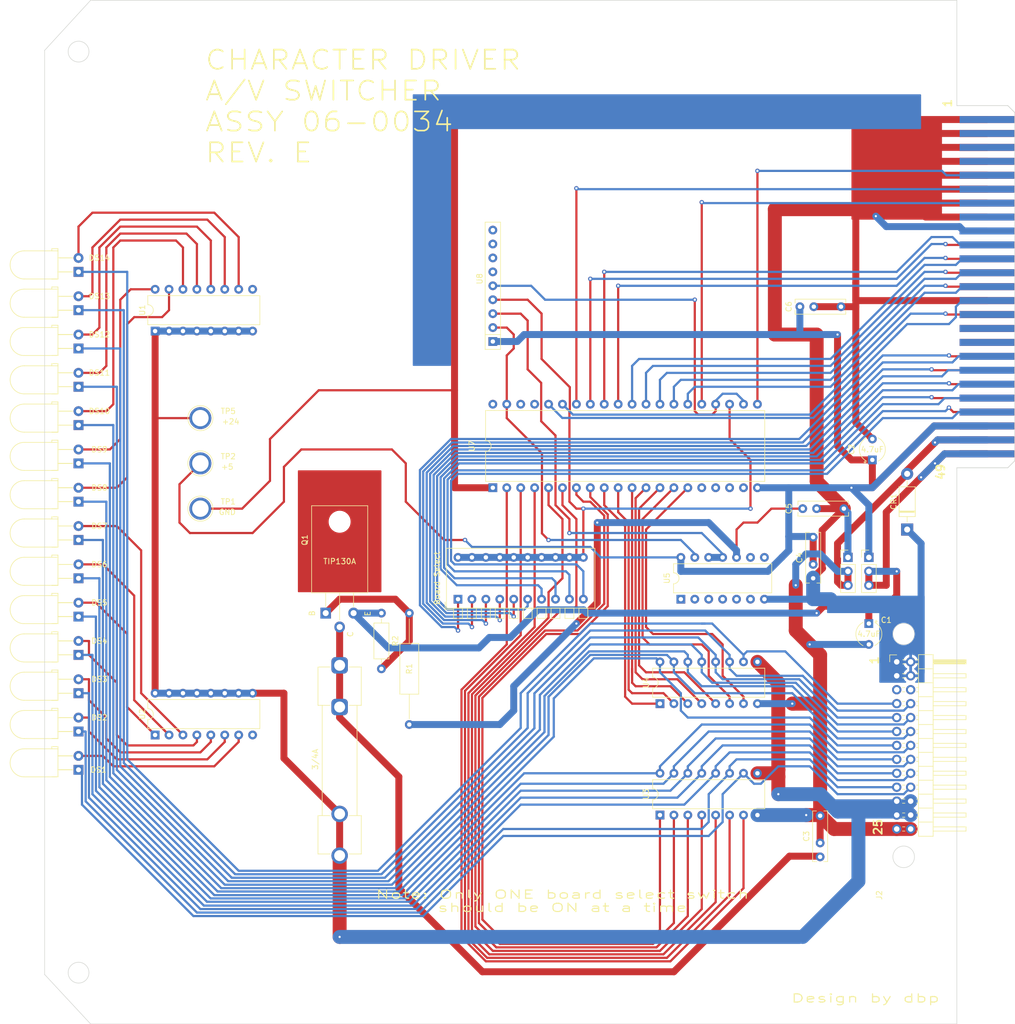
<source format=kicad_pcb>
(kicad_pcb (version 20221018) (generator pcbnew)
  (layers (0 "F.Cu" signal) (31 "B.Cu" signal) (34 "B.Paste" user) (35 "F.Paste" user) (36 "B.SilkS" user "B.Silkscreen") (37 "F.SilkS" user "F.Silkscreen") (38 "B.Mask" user) (39 "F.Mask" user) (44 "Edge.Cuts" user))
  (net 0 "")
  (net 3 "aux1_AGC")
  (net 4 "5vpu1")
  (net 5 "5vpu2")
  (net 10 "aux2_AGC")
  (net 11 "5vpu3")
  (net 12 "5vpu4")
  (net 13 "GND")
  (net 14 "Net-(Q1-B)")
  (net 15 "R2R_audio_AGC")
  (net 16 "BGOUT_AGC")
  (net 17 "R{slash}~{W}")
  (net 18 "~{MRST}")
  (net 19 "PHI2")
  (net 20 "-12V")
  (net 21 "12V")
  (net 22 "DBB0")
  (net 23 "DBB1")
  (net 24 "DBB2")
  (net 25 "DBB3")
  (net 26 "DBB4")
  (net 27 "DBB5")
  (net 28 "DBB6")
  (net 29 "DBB7")
  (net 30 "BA0")
  (net 31 "BA1")
  (net 32 "BA2")
  (net 33 "BA3")
  (net 34 "BS11")
  (net 35 "BS12")
  (net 36 "BS13")
  (net 37 "BS1")
  (net 38 "BS2")
  (net 39 "BS3")
  (net 40 "BS4")
  (net 41 "BS5")
  (net 42 "BS6")
  (net 43 "BS7")
  (net 44 "BS8")
  (net 45 "BS9")
  (net 46 "BS10")
  (net 47 "5V")
  (net 48 "24R")
  (net 49 "24V")
  (net 50 "Net-(DS1-A)")
  (net 51 "Net-(DS2-A)")
  (net 52 "Net-(DS3-A)")
  (net 53 "Net-(DS4-A)")
  (net 54 "Net-(DS5-A)")
  (net 55 "Net-(DS6-A)")
  (net 56 "Net-(DS7-A)")
  (net 57 "Net-(DS8-A)")
  (net 58 "Net-(DS9-A)")
  (net 59 "Net-(DS10-A)")
  (net 60 "Net-(DS11-A)")
  (net 61 "Net-(DS12-A)")
  (net 62 "Net-(DS13-A)")
  (net 63 "Net-(DS14-A)")
  (net 64 "PB6")
  (net 65 "PB7")
  (net 66 "CB2")
  (net 67 "PA0")
  (net 68 "PA1")
  (net 69 "PA2")
  (net 70 "PA3")
  (net 71 "PA4")
  (net 72 "PA5")
  (net 73 "PA6")
  (net 74 "PA7")
  (net 75 "PB0")
  (net 76 "PB1")
  (net 77 "PB2")
  (net 78 "PB3")
  (net 79 "PB4")
  (net 80 "PB5")
  (net 81 "Net-(Q1-C)")
  (net 82 "24Vout")
  (net 83 "A0out")
  (net 84 "A1out")
  (net 85 "A2out")
  (net 86 "A3out")
  (net 87 "A4out")
  (net 88 "A5out")
  (net 89 "A6out")
  (net 90 "A7out")
  (net 91 "B0out")
  (net 92 "B1out")
  (net 93 "B2out")
  (net 94 "B3out")
  (net 95 "B4out")
  (net 96 "B5out")
  (net 103 "Net-(C5-Pad1)")
  (footprint "Package_DIP:DIP-14_W7.62mm" (layer "F.Cu") (at 133.985 109.22 90)
    (fp_text reference "U5")
    (fp_text value "7406" hide)
  )
  (footprint "Evan's parts:C_Rect_L9.0mm_W2.5mm_P7.50mm_MKT dual" (layer "F.Cu") (at 158.115 105.41 90)
    (fp_text reference "C4")
    (fp_text value "100nF")
  )
  (footprint "Resistor_THT:R_Axial_DIN0207_L6.3mm_D2.5mm_P10.16mm_Horizontal" (layer "F.Cu") (at 79.375 121.92 90)
    (fp_text reference "R2")
    (fp_text value "3.3K" hide)
  )
  (footprint "TestPoint:TestPoint_Plated_Hole_D3.0mm" (layer "F.Cu") (at 46.355 76.2)
    (fp_text reference "TP5")
    (fp_text value "+24")
  )
  (footprint "Connector_PinHeader_2.54mm:PinHeader_1x03_P2.54mm_Vertical" (layer "F.Cu") (at 164.465 101.6)
    (fp_text reference "J4" hide)
    (fp_text value "return jumper")
  )
  (footprint "TestPoint:TestPoint_Plated_Hole_D3.0mm" (layer "F.Cu") (at 46.355 84.455)
    (fp_text reference "TP2")
    (fp_text value "+5")
  )
  (footprint "Evan's parts:LED_D5.0mm_Horizontal_O3.81mm_Z15.0mm reversed" (layer "F.Cu") (at 24.13 123.825 -90)
    (fp_text reference "DS3")
    (fp_text value "LED")
  )
  (footprint "Evan's parts:LED_D5.0mm_Horizontal_O3.81mm_Z15.0mm reversed" (layer "F.Cu") (at 24.13 60.96 -90)
    (fp_text reference "DS12")
    (fp_text value "LED")
  )
  (footprint "Evan's parts:C_Rect_L9.0mm_W2.5mm_P7.50mm_MKT dual" (layer "F.Cu") (at 156.21 92.71)
    (fp_text reference "C5")
    (fp_text value "100nF")
  )
  (footprint "Evan's parts:CP_Radial_Tantal_D4mm_P3.81mm" (layer "F.Cu") (at 168.275 113.665 -90)
    (fp_text reference "C1")
    (fp_text value "4.7uF")
  )
  (footprint "Connector_PinHeader_2.54mm:PinHeader_1x03_P2.54mm_Vertical" (layer "F.Cu") (at 168.275 101.6)
    (fp_text reference "J3" hide)
    (fp_text value "power jumper")
  )
  (footprint "Evan's parts:LED_D5.0mm_Horizontal_O3.81mm_Z15.0mm reversed" (layer "F.Cu") (at 24.13 53.975 -90)
    (fp_text reference "DS13")
    (fp_text value "LED")
  )
  (footprint "Evan's parts:LED_D5.0mm_Horizontal_O3.81mm_Z15.0mm reversed" (layer "F.Cu") (at 24.13 81.915 -90)
    (fp_text reference "DS9")
    (fp_text value "LED")
  )
  (footprint "Resistor_THT:R_Axial_DIN0309_L9.0mm_D3.2mm_P20.32mm_Horizontal" (layer "F.Cu") (at 84.455 111.76 -90)
    (fp_text reference "R1")
    (fp_text value "1K" hide)
  )
  (footprint "Evan's parts:C_Rect_L9.0mm_W2.5mm_P7.50mm_MKT dual" (layer "F.Cu") (at 159.385 156.21 90)
    (fp_text reference "C3")
    (fp_text value "100nF")
  )
  (footprint "Connector_PinHeader_2.54mm:PinHeader_2x13_P2.54mm_Horizontal" (layer "F.Cu") (at 173.355 120.65)
    (fp_text reference "J2")
    (fp_text value "character connector")
  )
  (footprint "Evan's parts:LED_D5.0mm_Horizontal_O3.81mm_Z15.0mm reversed" (layer "F.Cu") (at 24.13 109.855 -90)
    (fp_text reference "DS5")
    (fp_text value "LED")
  )
  (footprint "Package_DIP:DIP-40_W15.24mm" (layer "F.Cu") (at 99.695 88.9 90)
    (fp_text reference "U7")
    (fp_text value "6821" hide)
  )
  (footprint "Evan's parts:LED_D5.0mm_Horizontal_O3.81mm_Z15.0mm reversed" (layer "F.Cu") (at 24.13 116.84 -90)
    (fp_text reference "DS4")
    (fp_text value "LED")
  )
  (footprint "Button_Switch_THT:SW_DIP_SPSTx10_Piano_10.8x26.96mm_W7.62mm_P2.54mm" (layer "F.Cu") (at 93.345 109.22 90)
    (fp_text reference "U6" hide)
    (fp_text value "Board Select")
  )
  (footprint "Evan's parts:C_Rect_L9.0mm_W2.5mm_P7.50mm_MKT dual" (layer "F.Cu") (at 155.695 55.88)
    (fp_text reference "C6")
    (fp_text value "100nF")
  )
  (footprint "Package_DIP:DIP-16_W7.62mm" (layer "F.Cu") (at 130.175 128.27 90)
    (fp_text reference "U4")
    (fp_text value "ULN2003A" hide)
  )
  (footprint "Evan's parts:LED_D5.0mm_Horizontal_O3.81mm_Z15.0mm reversed" (layer "F.Cu") (at 24.13 74.93 -90)
    (fp_text reference "DS10")
    (fp_text value "LED")
  )
  (footprint "Evan's parts:CP_Radial_Tantal_D4mm_P3.81mm" (layer "F.Cu") (at 168.91 83.82 90)
    (fp_text reference "C2")
    (fp_text value "4.7uF")
  )
  (footprint "Evan's parts:LED_D5.0mm_Horizontal_O3.81mm_Z15.0mm reversed" (layer "F.Cu") (at 24.13 46.99 -90)
    (fp_text reference "DS14")
    (fp_text value "LED")
  )
  (footprint "Evan's parts:LED_D5.0mm_Horizontal_O3.81mm_Z15.0mm reversed" (layer "F.Cu") (at 24.13 67.945 -90)
    (fp_text reference "DS11")
    (fp_text value "LED")
  )
  (footprint "Package_DIP:DIP-16_W7.62mm" (layer "F.Cu") (at 38.1 60.325 90)
    (fp_text reference "U1")
    (fp_text value "2.2K")
  )
  (footprint "Evan's parts:LED_D5.0mm_Horizontal_O3.81mm_Z15.0mm reversed" (layer "F.Cu") (at 24.13 95.885 -90)
    (fp_text reference "DS7")
    (fp_text value "LED")
  )
  (footprint "TestPoint:TestPoint_Plated_Hole_D3.0mm" (layer "F.Cu") (at 46.355 92.71)
    (fp_text reference "TP1")
    (fp_text value "GND")
  )
  (footprint "Evan's parts:Chuck_E_Cheese_small_card_edge" (layer "F.Cu") (at 189.81 21.75 90)
    (fp_text reference "J1" hide)
    (fp_text value "card edge")
    (fp_line (start -63.5 3.81) (end -63.5 -5.49) (stroke (width 0.12)) (layer "Edge.Cuts"))
    (fp_line (start -62.23 5.08) (end -63.5 3.81) (stroke (width 0.12)) (layer "Edge.Cuts"))
    (fp_line (start -62.23 5.08) (end 1.27 5.08) (stroke (width 0.12)) (layer "Edge.Cuts"))
    (fp_line (start 2.54 3.81) (end 1.27 5.08) (stroke (width 0.12)) (layer "Edge.Cuts"))
    (fp_line (start 2.54 3.81) (end 2.54 -5.49) (stroke (width 0.12)) (layer "Edge.Cuts"))
  )
  (footprint "Evan's parts:LED_D5.0mm_Horizontal_O3.81mm_Z15.0mm reversed" (layer "F.Cu") (at 24.13 137.795 -90)
    (fp_text reference "DS1")
    (fp_text value "LED")
  )
  (footprint "Resistor_THT:R_Array_SIP9" (layer "F.Cu") (at 99.695 62.23 90)
    (fp_text reference "U8")
    (fp_text value "4.7K" hide)
  )
  (footprint "Diode_THT:D_DO-41_SOD81_P10.16mm_Horizontal" (layer "F.Cu") (at 175.26 96.52 90)
    (fp_text reference "CR1")
    (fp_text value "1N4001")
  )
  (footprint "Evan's parts:LED_D5.0mm_Horizontal_O3.81mm_Z15.0mm reversed" (layer "F.Cu") (at 24.13 130.81 -90)
    (fp_text reference "DS2")
    (fp_text value "LED")
  )
  (footprint "Evan's parts:LED_D5.0mm_Horizontal_O3.81mm_Z15.0mm reversed" (layer "F.Cu") (at 24.13 102.87 -90)
    (fp_text reference "DS6")
    (fp_text value "LED")
  )
  (footprint "Fuse:Fuseholder_Clip-6.3x32mm_Littelfuse_102071_Inline_P34.70x7.60mm_D2.00mm_Horizontal" (layer "F.Cu") (at 71.755 121.285 -90)
    (fp_text reference "F1" hide)
    (fp_text value "3/4A")
  )
  (footprint "Package_TO_SOT_THT:TO-220-3_Horizontal_TabDown" (layer "F.Cu") (at 69.215 111.76)
    (fp_text reference "Q1")
    (fp_text value "TIP130A")
  )
  (footprint "Evan's parts:LED_D5.0mm_Horizontal_O3.81mm_Z15.0mm reversed" (layer "F.Cu") (at 24.13 88.9 -90)
    (fp_text reference "DS8")
    (fp_text value "LED")
  )
  (footprint "Package_DIP:DIP-16_W7.62mm" (layer "F.Cu") (at 38.1 133.985 90)
    (fp_text reference "U2")
    (fp_text value "2.2K")
  )
  (footprint "Package_DIP:DIP-16_W7.62mm" (layer "F.Cu") (at 130.175 148.59 90)
    (fp_text reference "U3")
    (fp_text value "ULN2003A" hide)
  )
  (gr_line (start 26.34 0) (end 184.32 0) (stroke (width 0.1)) (layer "Edge.Cuts"))
  (gr_line (start 184.32 19.21) (end 184.32 0) (stroke (width 0.1)) (layer "Edge.Cuts"))
  (gr_line (start 184.32 85.25) (end 184.32 186.69) (stroke (width 0.1)) (layer "Edge.Cuts"))
  (gr_line (start 17.95 177.66) (end 26.34 186.69) (stroke (width 0.1)) (layer "Edge.Cuts"))
  (gr_line (start 17.95 177.66) (end 17.95 9.14) (stroke (width 0.1)) (layer "Edge.Cuts"))
  (gr_circle (center 24.14 9.36) (end 26.04 9.36) (stroke (width 0.1)) (fill none) (layer "Edge.Cuts"))
  (gr_circle (center 24.14 177.33) (end 26.04 177.33) (stroke (width 0.1)) (fill none) (layer "Edge.Cuts"))
  (gr_circle (center 174.625 156.21) (end 176.595 156.21) (stroke (width 0.1)) (fill none) (layer "Edge.Cuts"))
  (gr_line (start 184.32 186.69) (end 26.34 186.69) (stroke (width 0.1)) (layer "Edge.Cuts"))
  (gr_circle (center 174.625 115.57) (end 176.595 115.57) (stroke (width 0.1)) (fill none) (layer "Edge.Cuts"))
  (gr_line (start 17.95 9.14) (end 26.34 0) (stroke (width 0.1)) (layer "Edge.Cuts"))
  (gr_text "Design by dbp" (at 167.64 182.88) (layer "F.SilkS") (effects (font (size 1.5 2.5) (thickness 0.2)) (justify bottom)))
  (gr_text "1" (at 170.18 121.285 90) (layer "F.SilkS") (effects (font (size 1.5 1.5) (thickness 0.3) bold) (justify left bottom)))
  (gr_text "E" (at 77.47 112.395 90) (layer "F.SilkS") (effects (font (size 1 1)) (justify left bottom)))
  (gr_text "CHARACTER DRIVER\nA/V SWITCHER\nASSY 06-0034\nREV. E" (at 46.99 29.845) (layer "F.SilkS") (effects (font (size 3.5 4) (thickness 0.3)) (justify left bottom)))
  (gr_text "B" (at 67.31 112.395 90) (layer "F.SilkS") (effects (font (size 1 1)) (justify left bottom)))
  (gr_text "C" (at 74.295 116.205 90) (layer "F.SilkS") (effects (font (size 1 1)) (justify left bottom)))
  (gr_text "25" (at 170.815 152.4 90) (layer "F.SilkS") (effects (font (size 1.5 1.5) (thickness 0.3) bold) (justify left bottom)))
  (gr_text "Note: Only ONE board select switch\nshould be ON at a time" (at 112.395 166.37) (layer "F.SilkS") (effects (font (size 1.5 2.5) (thickness 0.2)) (justify bottom)))
  (gr_text "1" (at 183.515 19.685 90) (layer "F.SilkS") (effects (font (size 1.5 1.5) (thickness 0.3) bold) (justify left bottom)))
  (gr_text "49" (at 182.245 87.63 90) (layer "F.SilkS") (effects (font (size 1.5 1.5) (thickness 0.3) bold) (justify left bottom)))
  (segment (start 99.695 59.69) (end 102.235 59.69) (width 0.4) (layer "F.Cu") (net 4))
  (segment (start 102.235 73.66) (end 102.235 76.2) (width 0.4) (layer "F.Cu") (net 4))
  (segment (start 108.655 97.225) (end 109.855 98.425) (width 0.4) (layer "F.Cu") (net 4))
  (segment (start 103.505 63.5) (end 102.235 64.77) (width 0.4) (layer "F.Cu") (net 4))
  (segment (start 102.235 64.77) (end 102.235 73.66) (width 0.4) (layer "F.Cu") (net 4))
  (segment (start 102.235 59.69) (end 103.505 60.96) (width 0.4) (layer "F.Cu") (net 4))
  (segment (start 108.655 82.62) (end 108.655 97.225) (width 0.4) (layer "F.Cu") (net 4))
  (segment (start 103.505 60.96) (end 103.505 63.5) (width 0.4) (layer "F.Cu") (net 4))
  (segment (start 102.235 76.2) (end 108.655 82.62) (width 0.4) (layer "F.Cu") (net 4))
  (via (at 109.855 98.425) (size 0.8) (drill 0.4) (layers "F.Cu" "B.Cu") (net 4))
  (segment (start 136.525 100.965) (end 136.525 101.6) (width 0.4) (layer "B.Cu") (net 4))
  (segment (start 109.855 98.425) (end 133.985 98.425) (width 0.4) (layer "B.Cu") (net 4))
  (segment (start 133.985 98.425) (end 136.525 100.965) (width 0.4) (layer "B.Cu") (net 4))
  (segment (start 108.515 76.765) (end 111.125 79.375) (width 0.4) (layer "F.Cu") (net 5))
  (segment (start 108.515 69.78) (end 108.515 76.765) (width 0.4) (layer "F.Cu") (net 5))
  (segment (start 111.125 92.075) (end 113.665 94.615) (width 0.4) (layer "F.Cu") (net 5))
  (segment (start 113.665 94.615) (end 113.665 97.155) (width 0.4) (layer "F.Cu") (net 5))
  (segment (start 106.045 58.42) (end 106.045 67.31) (width 0.4) (layer "F.Cu") (net 5))
  (segment (start 99.695 57.15) (end 104.775 57.15) (width 0.4) (layer "F.Cu") (net 5))
  (segment (start 111.125 79.375) (end 111.125 92.075) (width 0.4) (layer "F.Cu") (net 5))
  (segment (start 104.775 57.15) (end 106.045 58.42) (width 0.4) (layer "F.Cu") (net 5))
  (segment (start 106.045 67.31) (end 108.515 69.78) (width 0.4) (layer "F.Cu") (net 5))
  (via (at 113.665 97.155) (size 0.8) (drill 0.4) (layers "F.Cu" "B.Cu") (net 5))
  (segment (start 137.795 97.155) (end 141.605 100.965) (width 0.4) (layer "B.Cu") (net 5))
  (segment (start 141.605 100.965) (end 141.605 101.6) (width 0.4) (layer "B.Cu") (net 5))
  (segment (start 113.665 97.155) (end 137.795 97.155) (width 0.4) (layer "B.Cu") (net 5))
  (segment (start 139.065 101.6) (end 141.605 101.6) (width 1.27) (layer "B.Cu") (net 5))
  (segment (start 113.735 74.86) (end 113.735 70.555) (width 0.4) (layer "F.Cu") (net 11))
  (segment (start 146.685 92.71) (end 146.685 83.82) (width 0.4) (layer "F.Cu") (net 11))
  (segment (start 114.935 92.71) (end 113.665 91.44) (width 0.4) (layer "F.Cu") (net 11))
  (segment (start 108.585 57.15) (end 106.045 54.61) (width 0.4) (layer "F.Cu") (net 11))
  (segment (start 116.205 92.71) (end 114.935 92.71) (width 0.4) (layer "F.Cu") (net 11))
  (segment (start 142.875 80.01) (end 142.875 73.66) (width 0.4) (layer "F.Cu") (net 11))
  (segment (start 113.665 74.93) (end 113.735 74.86) (width 0.4) (layer "F.Cu") (net 11))
  (segment (start 106.045 54.61) (end 99.695 54.61) (width 0.4) (layer "F.Cu") (net 11))
  (segment (start 113.735 70.555) (end 108.585 65.405) (width 0.4) (layer "F.Cu") (net 11))
  (segment (start 113.665 91.44) (end 113.665 74.93) (width 0.4) (layer "F.Cu") (net 11))
  (segment (start 146.685 83.82) (end 142.875 80.01) (width 0.4) (layer "F.Cu") (net 11))
  (segment (start 116.205 101.6) (end 116.205 92.71) (width 0.4) (layer "F.Cu") (net 11))
  (segment (start 108.585 65.405) (end 108.585 57.15) (width 0.4) (layer "F.Cu") (net 11))
  (via (at 146.685 92.71) (size 0.8) (drill 0.4) (layers "F.Cu" "B.Cu") (net 11))
  (via (at 116.205 92.71) (size 0.8) (drill 0.4) (layers "F.Cu" "B.Cu") (net 11))
  (segment (start 116.205 92.71) (end 146.685 92.71) (width 0.4) (layer "B.Cu") (net 11))
  (segment (start 93.345 101.6) (end 116.205 101.6) (width 1.27) (layer "B.Cu") (net 11))
  (segment (start 136.525 54.61) (end 136.525 74.93) (width 0.4) (layer "F.Cu") (net 12))
  (segment (start 136.525 74.93) (end 137.16 75.565) (width 0.4) (layer "F.Cu") (net 12))
  (segment (start 140.335 74.93) (end 140.335 73.66) (width 0.4) (layer "F.Cu") (net 12))
  (segment (start 139.7 75.565) (end 140.335 74.93) (width 0.4) (layer "F.Cu") (net 12))
  (segment (start 137.16 75.565) (end 139.7 75.565) (width 0.4) (layer "F.Cu") (net 12))
  (via (at 136.525 54.61) (size 0.8) (drill 0.4) (layers "F.Cu" "B.Cu") (net 12))
  (segment (start 106.68 52.07) (end 109.22 54.61) (width 0.4) (layer "B.Cu") (net 12))
  (segment (start 140.335 73.025) (end 141.605 71.755) (width 0.4) (layer "B.Cu") (net 12))
  (segment (start 141.605 71.755) (end 144.145 71.755) (width 0.4) (layer "B.Cu") (net 12))
  (segment (start 140.335 73.66) (end 140.335 73.025) (width 0.4) (layer "B.Cu") (net 12))
  (segment (start 145.415 73.025) (end 145.415 73.66) (width 0.4) (layer "B.Cu") (net 12))
  (segment (start 109.22 54.61) (end 136.525 54.61) (width 0.4) (layer "B.Cu") (net 12))
  (segment (start 144.145 71.755) (end 145.415 73.025) (width 0.4) (layer "B.Cu") (net 12))
  (segment (start 99.695 52.07) (end 106.68 52.07) (width 0.4) (layer "B.Cu") (net 12))
  (segment (start 151.13 38.1) (end 167.64 38.1) (width 2.54) (layer "F.Cu") (net 13))
  (segment (start 189.81 36.99) (end 178.595 36.99) (width 1.27) (layer "F.Cu") (net 13))
  (segment (start 165.895 54.77) (end 165.895 51.435) (width 1.27) (layer "F.Cu") (net 13))
  (segment (start 189.81 24.29) (end 178.275 24.29) (width 1.27) (layer "F.Cu") (net 13))
  (segment (start 165.895 76.995) (end 165.895 55.88) (width 1.27) (layer "F.Cu") (net 13))
  (segment (start 163.71 92.71) (end 158.75 87.75) (width 2.54) (layer "F.Cu") (net 13))
  (segment (start 158.75 87.75) (end 158.75 60.96) (width 2.54) (layer "F.Cu") (net 13))
  (segment (start 99.695 88.9) (end 92.71 88.9) (width 1.27) (layer "F.Cu") (net 13))
  (segment (start 165.895 55.88) (end 165.895 51.435) (width 1.27) (layer "F.Cu") (net 13))
  (segment (start 165.895 51.435) (end 165.895 37.625) (width 1.27) (layer "F.Cu") (net 13))
  (segment (start 163.195 55.88) (end 165.895 55.88) (width 1.27) (layer "F.Cu") (net 13))
  (segment (start 189.81 29.37) (end 178.595 29.37) (width 1.27) (layer "F.Cu") (net 13))
  (segment (start 189.81 31.91) (end 177.96 31.91) (width 1.27) (layer "F.Cu") (net 13))
  (segment (start 159.82 103.585) (end 159.75 103.515) (width 1.27) (layer "F.Cu") (net 13))
  (segment (start 67.945 71.12) (end 92.71 71.12) (width 0.4) (layer "F.Cu") (net 13))
  (segment (start 189.81 39.53) (end 178.595 39.53) (width 1.27) (layer "F.Cu") (net 13))
  (segment (start 189.81 26.83) (end 178.91 26.83) (width 1.27) (layer "F.Cu") (net 13))
  (segment (start 159.75 96.67) (end 163.71 92.71) (width 1.27) (layer "F.Cu") (net 13))
  (segment (start 189.81 34.45) (end 177.96 34.45) (width 1.27) (layer "F.Cu") (net 13))
  (segment (start 189.81 54.77) (end 165.895 54.77) (width 1.27) (layer "F.Cu") (net 13))
  (segment (start 53.975 92.71) (end 59.055 87.63) (width 0.4) (layer "F.Cu") (net 13))
  (segment (start 167.64 38.1) (end 169.545 36.195) (width 2.54) (layer "F.Cu") (net 13))
  (segment (start 178.275 24.29) (end 177.8 24.765) (width 1.27) (layer "F.Cu") (net 13))
  (segment (start 92.71 88.9) (end 92.71 71.12) (width 1.27) (layer "F.Cu") (net 13))
  (segment (start 46.355 92.71) (end 53.975 92.71) (width 0.4) (layer "F.Cu") (net 13))
  (segment (start 159.75 103.515) (end 159.75 96.67) (width 1.27) (layer "F.Cu") (net 13))
  (segment (start 59.055 87.63) (end 59.055 80.01) (width 0.4) (layer "F.Cu") (net 13))
  (segment (start 163.71 92.71) (end 158.75 92.71) (width 1.27) (layer "F.Cu") (net 13))
  (segment (start 168.91 80.01) (end 165.895 76.995) (width 1.27) (layer "F.Cu") (net 13))
  (segment (start 59.055 80.01) (end 67.945 71.12) (width 0.4) (layer "F.Cu") (net 13))
  (segment (start 92.71 21.75) (end 189.81 21.75) (width 1.27) (layer "F.Cu") (net 13))
  (segment (start 163.195 55.88) (end 158.235 55.88) (width 1.27) (layer "F.Cu") (net 13))
  (segment (start 158.115 105.29) (end 159.82 103.585) (width 1.27) (layer "F.Cu") (net 13))
  (segment (start 92.71 71.12) (end 92.71 21.75) (width 1.27) (layer "F.Cu") (net 13))
  (segment (start 151.13 60.96) (end 151.13 38.1) (width 2.54) (layer "F.Cu") (net 13))
  (segment (start 158.75 60.96) (end 151.13 60.96) (width 2.54) (layer "F.Cu") (net 13))
  (via (at 169.545 39.37) (size 0.8) (drill 0.4) (layers "F.Cu" "B.Cu") (net 13))
  (segment (start 171.45 41.275) (end 169.545 39.37) (width 1.27) (layer "B.Cu") (net 13))
  (segment (start 184.785 41.275) (end 171.45 41.275) (width 1.27) (layer "B.Cu") (net 13))
  (segment (start 164.465 101.6) (end 164.465 93.465) (width 1.27) (layer "B.Cu") (net 13))
  (segment (start 185.58 42.07) (end 184.785 41.275) (width 1.27) (layer "B.Cu") (net 13))
  (segment (start 158.115 109.22) (end 161.29 109.22) (width 2.54) (layer "B.Cu") (net 13))
  (segment (start 189.81 42.07) (end 185.58 42.07) (width 1.27) (layer "B.Cu") (net 13))
  (segment (start 158.115 105.29) (end 158.115 109.22) (width 2.54) (layer "B.Cu") (net 13))
  (segment (start 149.225 109.22) (end 158.115 109.22) (width 1.27) (layer "B.Cu") (net 13))
  (segment (start 164.465 93.465) (end 163.71 92.71) (width 1.27) (layer "B.Cu") (net 13))
  (segment (start 177.8 99.06) (end 177.8 122.555) (width 1.27) (layer "B.Cu") (net 13))
  (segment (start 175.26 96.52) (end 177.8 99.06) (width 1.27) (layer "B.Cu") (net 13))
  (segment (start 71.755 109.22) (end 81.915 109.22) (width 1.27) (layer "F.Cu") (net 14))
  (segment (start 81.915 109.22) (end 84.455 111.76) (width 1.27) (layer "F.Cu") (net 14))
  (segment (start 84.455 111.76) (end 84.455 116.84) (width 1.27) (layer "F.Cu") (net 14))
  (segment (start 69.215 111.76) (end 71.755 109.22) (width 1.27) (layer "F.Cu") (net 14))
  (segment (start 84.455 116.84) (end 79.375 121.92) (width 1.27) (layer "F.Cu") (net 14))
  (segment (start 147.955 73.66) (end 147.955 31.115) (width 0.4) (layer "F.Cu") (net 17))
  (via (at 147.955 31.115) (size 0.8) (drill 0.4) (layers "F.Cu" "B.Cu") (net 17))
  (segment (start 182.405 31.91) (end 181.61 31.115) (width 0.4) (layer "B.Cu") (net 17))
  (segment (start 181.61 31.115) (end 147.955 31.115) (width 0.4) (layer "B.Cu") (net 17))
  (segment (start 189.81 31.91) (end 182.405 31.91) (width 0.4) (layer "B.Cu") (net 17))
  (segment (start 114.935 73.66) (end 114.935 34.29) (width 0.4) (layer "F.Cu") (net 18))
  (via (at 114.935 34.29) (size 0.8) (drill 0.4) (layers "F.Cu" "B.Cu") (net 18))
  (segment (start 189.81 34.45) (end 115.095 34.45) (width 0.4) (layer "B.Cu") (net 18))
  (segment (start 115.095 34.45) (end 114.935 34.29) (width 0.4) (layer "B.Cu") (net 18))
  (segment (start 137.795 73.66) (end 137.795 36.83) (width 0.4) (layer "F.Cu") (net 19))
  (via (at 137.795 36.83) (size 0.8) (drill 0.4) (layers "F.Cu" "B.Cu") (net 19))
  (segment (start 189.81 36.99) (end 137.955 36.99) (width 0.4) (layer "B.Cu") (net 19))
  (segment (start 137.955 36.99) (end 137.795 36.83) (width 0.4) (layer "B.Cu") (net 19))
  (segment (start 117.475 73.66) (end 117.475 50.8) (width 0.4) (layer "F.Cu") (net 22))
  (segment (start 189.81 44.61) (end 182.405 44.61) (width 0.4) (layer "F.Cu") (net 22))
  (segment (start 182.405 44.61) (end 182.245 44.45) (width 0.4) (layer "F.Cu") (net 22))
  (via (at 117.475 50.8) (size 0.8) (drill 0.4) (layers "F.Cu" "B.Cu") (net 22))
  (via (at 182.245 44.45) (size 0.8) (drill 0.4) (layers "F.Cu" "B.Cu") (net 22))
  (segment (start 173.355 50.8) (end 117.475 50.8) (width 0.4) (layer "B.Cu") (net 22))
  (segment (start 182.245 44.45) (end 179.705 44.45) (width 0.4) (layer "B.Cu") (net 22))
  (segment (start 179.705 44.45) (end 173.355 50.8) (width 0.4) (layer "B.Cu") (net 22))
  (segment (start 120.015 73.66) (end 120.015 49.53) (width 0.4) (layer "F.Cu") (net 23))
  (via (at 120.015 49.53) (size 0.8) (drill 0.4) (layers "F.Cu" "B.Cu") (net 23))
  (segment (start 173.355 49.53) (end 120.015 49.53) (width 0.4) (layer "B.Cu") (net 23))
  (segment (start 183.515 43.18) (end 179.705 43.18) (width 0.4) (layer "B.Cu") (net 23))
  (segment (start 189.81 44.61) (end 184.945 44.61) (width 0.4) (layer "B.Cu") (net 23))
  (segment (start 184.945 44.61) (end 183.515 43.18) (width 0.4) (layer "B.Cu") (net 23))
  (segment (start 179.705 43.18) (end 173.355 49.53) (width 0.4) (layer "B.Cu") (net 23))
  (segment (start 189.81 47.15) (end 182.405 47.15) (width 0.4) (layer "F.Cu") (net 24))
  (segment (start 182.405 47.15) (end 182.245 46.99) (width 0.4) (layer "F.Cu") (net 24))
  (segment (start 122.555 73.66) (end 122.555 52.07) (width 0.4) (layer "F.Cu") (net 24))
  (via (at 182.245 46.99) (size 0.8) (drill 0.4) (layers "F.Cu" "B.Cu") (net 24))
  (via (at 122.555 52.07) (size 0.8) (drill 0.4) (layers "F.Cu" "B.Cu") (net 24))
  (segment (start 178.435 46.99) (end 173.355 52.07) (width 0.4) (layer "B.Cu") (net 24))
  (segment (start 173.355 52.07) (end 122.555 52.07) (width 0.4) (layer "B.Cu") (net 24))
  (segment (start 182.245 46.99) (end 178.435 46.99) (width 0.4) (layer "B.Cu") (net 24))
  (segment (start 178.435 48.26) (end 161.29 65.405) (width 0.4) (layer "B.Cu") (net 25))
  (segment (start 126.365 65.405) (end 125.095 66.675) (width 0.4) (layer "B.Cu") (net 25))
  (segment (start 184.15 48.26) (end 178.435 48.26) (width 0.4) (layer "B.Cu") (net 25))
  (segment (start 161.29 65.405) (end 126.365 65.405) (width 0.4) (layer "B.Cu") (net 25))
  (segment (start 185.26 47.15) (end 184.15 48.26) (width 0.4) (layer "B.Cu") (net 25))
  (segment (start 189.81 47.15) (end 185.26 47.15) (width 0.4) (layer "B.Cu") (net 25))
  (segment (start 125.095 66.675) (end 125.095 73.66) (width 0.4) (layer "B.Cu") (net 25))
  (segment (start 182.405 49.69) (end 182.245 49.53) (width 0.4) (layer "F.Cu") (net 26))
  (segment (start 189.81 49.69) (end 182.405 49.69) (width 0.4) (layer "F.Cu") (net 26))
  (via (at 182.245 49.53) (size 0.8) (drill 0.4) (layers "F.Cu" "B.Cu") (net 26))
  (segment (start 127.635 67.945) (end 127.635 73.66) (width 0.4) (layer "B.Cu") (net 26))
  (segment (start 182.245 49.53) (end 178.435 49.53) (width 0.4) (layer "B.Cu") (net 26))
  (segment (start 161.29 66.675) (end 128.905 66.675) (width 0.4) (layer "B.Cu") (net 26))
  (segment (start 178.435 49.53) (end 161.29 66.675) (width 0.4) (layer "B.Cu") (net 26))
  (segment (start 128.905 66.675) (end 127.635 67.945) (width 0.4) (layer "B.Cu") (net 26))
  (segment (start 131.445 67.945) (end 130.175 69.215) (width 0.4) (layer "B.Cu") (net 27))
  (segment (start 185.26 49.69) (end 184.15 50.8) (width 0.4) (layer "B.Cu") (net 27))
  (segment (start 161.29 67.945) (end 131.445 67.945) (width 0.4) (layer "B.Cu") (net 27))
  (segment (start 178.435 50.8) (end 161.29 67.945) (width 0.4) (layer "B.Cu") (net 27))
  (segment (start 130.175 69.215) (end 130.175 73.66) (width 0.4) (layer "B.Cu") (net 27))
  (segment (start 189.81 49.69) (end 185.26 49.69) (width 0.4) (layer "B.Cu") (net 27))
  (segment (start 184.15 50.8) (end 178.435 50.8) (width 0.4) (layer "B.Cu") (net 27))
  (segment (start 189.81 52.23) (end 182.405 52.23) (width 0.4) (layer "F.Cu") (net 28))
  (segment (start 182.405 52.23) (end 182.245 52.07) (width 0.4) (layer "F.Cu") (net 28))
  (via (at 182.245 52.07) (size 0.8) (drill 0.4) (layers "F.Cu" "B.Cu") (net 28))
  (segment (start 178.435 52.07) (end 161.29 69.215) (width 0.4) (layer "B.Cu") (net 28))
  (segment (start 132.715 70.485) (end 132.715 73.66) (width 0.4) (layer "B.Cu") (net 28))
  (segment (start 182.245 52.07) (end 178.435 52.07) (width 0.4) (layer "B.Cu") (net 28))
  (segment (start 161.29 69.215) (end 133.985 69.215) (width 0.4) (layer "B.Cu") (net 28))
  (segment (start 133.985 69.215) (end 132.715 70.485) (width 0.4) (layer "B.Cu") (net 28))
  (segment (start 161.29 70.485) (end 136.525 70.485) (width 0.4) (layer "B.Cu") (net 29))
  (segment (start 136.525 70.485) (end 135.255 71.755) (width 0.4) (layer "B.Cu") (net 29))
  (segment (start 189.81 52.23) (end 185.26 52.23) (width 0.4) (layer "B.Cu") (net 29))
  (segment (start 135.255 71.755) (end 135.255 73.66) (width 0.4) (layer "B.Cu") (net 29))
  (segment (start 185.26 52.23) (end 184.15 53.34) (width 0.4) (layer "B.Cu") (net 29))
  (segment (start 178.435 53.34) (end 161.29 70.485) (width 0.4) (layer "B.Cu") (net 29))
  (segment (start 184.15 53.34) (end 178.435 53.34) (width 0.4) (layer "B.Cu") (net 29))
  (segment (start 174.203528 60.111472) (end 173.355 60.96) (width 0.4) (layer "B.Cu") (net 30))
  (segment (start 182.88 59.055) (end 175.26 59.055) (width 0.4) (layer "B.Cu") (net 30))
  (segment (start 112.36 76.165) (end 109.855 73.66) (width 0.4) (layer "B.Cu") (net 30))
  (segment (start 175.26 59.055) (end 173.355 60.96) (width 0.4) (layer "B.Cu") (net 30))
  (segment (start 158.15 76.165) (end 112.36 76.165) (width 0.4) (layer "B.Cu") (net 30))
  (segment (start 184.15 57.785) (end 182.88 59.055) (width 0.4) (layer "B.Cu") (net 30))
  (segment (start 173.355 60.96) (end 158.15 76.165) (width 0.4) (layer "B.Cu") (net 30))
  (segment (start 189.81 54.77) (end 185.26 54.77) (width 0.4) (layer "B.Cu") (net 30))
  (segment (start 184.15 55.88) (end 184.15 57.785) (width 0.4) (layer "B.Cu") (net 30))
  (segment (start 185.26 54.77) (end 184.15 55.88) (width 0.4) (layer "B.Cu") (net 30))
  (segment (start 182.245 57.15) (end 182.405 57.31) (width 0.4) (layer "F.Cu") (net 31))
  (segment (start 182.405 57.31) (end 189.81 57.31) (width 0.4) (layer "F.Cu") (net 31))
  (via (at 182.245 57.15) (size 0.8) (drill 0.4) (layers "F.Cu" "B.Cu") (net 31))
  (segment (start 157.48 75.565) (end 175.895 57.15) (width 0.4) (layer "B.Cu") (net 31))
  (segment (start 175.895 57.15) (end 182.245 57.15) (width 0.4) (layer "B.Cu") (net 31))
  (segment (start 112.395 73.66) (end 114.3 75.565) (width 0.4) (layer "B.Cu") (net 31))
  (segment (start 114.3 75.565) (end 157.48 75.565) (width 0.4) (layer "B.Cu") (net 31))
  (segment (start 93.345 109.22) (end 93.345 114.935) (width 0.4) (layer "F.Cu") (net 37))
  (segment (start 183.04 64.93) (end 189.81 64.93) (width 0.4) (layer "F.Cu") (net 37))
  (segment (start 182.88 64.77) (end 183.04 64.93) (width 0.4) (layer "F.Cu") (net 37))
  (via (at 93.345 114.935) (size 0.8) (drill 0.4) (layers "F.Cu" "B.Cu") (net 37))
  (via (at 182.88 64.77) (size 0.8) (drill 0.4) (layers "F.Cu" "B.Cu") (net 37))
  (segment (start 86.395 110.32264) (end 86.395 85.673248) (width 0.4) (layer "B.Cu") (net 37))
  (segment (start 86.395 85.673248) (end 92.058248 80.01) (width 0.4) (layer "B.Cu") (net 37))
  (segment (start 92.71 114.3) (end 90.37236 114.3) (width 0.4) (layer "B.Cu") (net 37))
  (segment (start 92.058248 80.01) (end 155.575 80.01) (width 0.4) (layer "B.Cu") (net 37))
  (segment (start 93.345 114.935) (end 92.71 114.3) (width 0.4) (layer "B.Cu") (net 37))
  (segment (start 90.37236 114.3) (end 86.395 110.32264) (width 0.4) (layer "B.Cu") (net 37))
  (segment (start 155.575 80.01) (end 170.815 64.77) (width 0.4) (layer "B.Cu") (net 37))
  (segment (start 170.815 64.77) (end 182.88 64.77) (width 0.4) (layer "B.Cu") (net 37))
  (segment (start 95.885 109.22) (end 95.885 114.3) (width 0.4) (layer "F.Cu") (net 38))
  (via (at 95.885 114.3) (size 0.8) (drill 0.4) (layers "F.Cu" "B.Cu") (net 38))
  (segment (start 86.995 110.074112) (end 86.995 85.921776) (width 0.4) (layer "B.Cu") (net 38))
  (segment (start 156.21 80.645) (end 170.815 66.04) (width 0.4) (layer "B.Cu") (net 38))
  (segment (start 95.885 114.3) (end 95.25 113.665) (width 0.4) (layer "B.Cu") (net 38))
  (segment (start 95.25 113.665) (end 90.585888 113.665) (width 0.4) (layer "B.Cu") (net 38))
  (segment (start 92.271776 80.645) (end 156.21 80.645) (width 0.4) (layer "B.Cu") (net 38))
  (segment (start 86.995 85.921776) (end 92.271776 80.645) (width 0.4) (layer "B.Cu") (net 38))
  (segment (start 90.585888 113.665) (end 86.995 110.074112) (width 0.4) (layer "B.Cu") (net 38))
  (segment (start 183.515 66.04) (end 184.625 64.93) (width 0.4) (layer "B.Cu") (net 38))
  (segment (start 170.815 66.04) (end 183.515 66.04) (width 0.4) (layer "B.Cu") (net 38))
  (segment (start 184.625 64.93) (end 189.81 64.93) (width 0.4) (layer "B.Cu") (net 38))
  (segment (start 179.865 67.47) (end 189.81 67.47) (width 0.4) (layer "F.Cu") (net 39))
  (segment (start 179.705 67.31) (end 179.865 67.47) (width 0.4) (layer "F.Cu") (net 39))
  (segment (start 98.425 109.22) (end 98.425 113.665) (width 0.4) (layer "F.Cu") (net 39))
  (via (at 98.425 113.665) (size 0.8) (drill 0.4) (layers "F.Cu" "B.Cu") (net 39))
  (via (at 179.705 67.31) (size 0.8) (drill 0.4) (layers "F.Cu" "B.Cu") (net 39))
  (segment (start 97.79 113.03) (end 90.799416 113.03) (width 0.4) (layer "B.Cu") (net 39))
  (segment (start 90.799416 113.03) (end 87.63 109.860584) (width 0.4) (layer "B.Cu") (net 39))
  (segment (start 170.815 67.31) (end 179.705 67.31) (width 0.4) (layer "B.Cu") (net 39))
  (segment (start 92.485304 81.28) (end 156.845 81.28) (width 0.4) (layer "B.Cu") (net 39))
  (segment (start 87.63 109.860584) (end 87.63 86.135304) (width 0.4) (layer "B.Cu") (net 39))
  (segment (start 87.63 86.135304) (end 92.485304 81.28) (width 0.4) (layer "B.Cu") (net 39))
  (segment (start 156.845 81.28) (end 170.815 67.31) (width 0.4) (layer "B.Cu") (net 39))
  (segment (start 98.425 113.665) (end 97.79 113.03) (width 0.4) (layer "B.Cu") (net 39))
  (segment (start 100.965 109.22) (end 100.965 113.03) (width 0.4) (layer "F.Cu") (net 40))
  (via (at 100.965 113.03) (size 0.8) (drill 0.4) (layers "F.Cu" "B.Cu") (net 40))
  (segment (start 88.265 109.647056) (end 88.265 86.348832) (width 0.4) (layer "B.Cu") (net 40))
  (segment (start 100.965 113.03) (end 100.33 112.395) (width 0.4) (layer "B.Cu") (net 40))
  (segment (start 100.33 112.395) (end 91.012944 112.395) (width 0.4) (layer "B.Cu") (net 40))
  (segment (start 88.265 86.348832) (end 92.698832 81.915) (width 0.4) (layer "B.Cu") (net 40))
  (segment (start 182.72 67.47) (end 189.81 67.47) (width 0.4) (layer "B.Cu") (net 40))
  (segment (start 170.815 68.58) (end 181.61 68.58) (width 0.4) (layer "B.Cu") (net 40))
  (segment (start 92.698832 81.915) (end 157.48 81.915) (width 0.4) (layer "B.Cu") (net 40))
  (segment (start 157.48 81.915) (end 170.815 68.58) (width 0.4) (layer "B.Cu") (net 40))
  (segment (start 181.61 68.58) (end 182.72 67.47) (width 0.4) (layer "B.Cu") (net 40))
  (segment (start 91.012944 112.395) (end 88.265 109.647056) (width 0.4) (layer "B.Cu") (net 40))
  (segment (start 183.04 70.01) (end 189.81 70.01) (width 0.4) (layer "F.Cu") (net 41))
  (segment (start 103.505 109.22) (end 103.505 112.395) (width 0.4) (layer "F.Cu") (net 41))
  (segment (start 182.88 69.85) (end 183.04 70.01) (width 0.4) (layer "F.Cu") (net 41))
  (via (at 182.88 69.85) (size 0.8) (drill 0.4) (layers "F.Cu" "B.Cu") (net 41))
  (via (at 103.505 112.395) (size 0.8) (drill 0.4) (layers "F.Cu" "B.Cu") (net 41))
  (segment (start 170.815 69.85) (end 182.88 69.85) (width 0.4) (layer "B.Cu") (net 41))
  (segment (start 158.115 82.55) (end 170.815 69.85) (width 0.4) (layer "B.Cu") (net 41))
  (segment (start 102.87 111.76) (end 91.226472 111.76) (width 0.4) (layer "B.Cu") (net 41))
  (segment (start 88.9 86.56236) (end 92.91236 82.55) (width 0.4) (layer "B.Cu") (net 41))
  (segment (start 88.9 109.433528) (end 88.9 86.56236) (width 0.4) (layer "B.Cu") (net 41))
  (segment (start 91.226472 111.76) (end 88.9 109.433528) (width 0.4) (layer "B.Cu") (net 41))
  (segment (start 92.91236 82.55) (end 158.115 82.55) (width 0.4) (layer "B.Cu") (net 41))
  (segment (start 103.505 112.395) (end 102.87 111.76) (width 0.4) (layer "B.Cu") (net 41))
  (segment (start 106.045 109.22) (end 106.045 110.49) (width 0.4) (layer "B.Cu") (net 42))
  (segment (start 183.515 71.12) (end 184.625 70.01) (width 0.4) (layer "B.Cu") (net 42))
  (segment (start 106.045 110.49) (end 105.41 111.125) (width 0.4) (layer "B.Cu") (net 42))
  (segment (start 91.44 111.125) (end 89.535 109.22) (width 0.4) (layer "B.Cu") (net 42))
  (segment (start 93.125888 83.185) (end 158.75 83.185) (width 0.4) (layer "B.Cu") (net 42))
  (segment (start 105.41 111.125) (end 91.44 111.125) (width 0.4) (layer "B.Cu") (net 42))
  (segment (start 184.625 70.01) (end 189.81 70.01) (width 0.4) (layer "B.Cu") (net 42))
  (segment (start 89.535 86.775888) (end 93.125888 83.185) (width 0.4) (layer "B.Cu") (net 42))
  (segment (start 89.57 109.185) (end 89.535 109.15) (width 0.4) (layer "B.Cu") (net 42))
  (segment (start 170.815 71.12) (end 183.515 71.12) (width 0.4) (layer "B.Cu") (net 42))
  (segment (start 158.75 83.185) (end 170.815 71.12) (width 0.4) (layer "B.Cu") (net 42))
  (segment (start 89.535 109.15) (end 89.535 86.775888) (width 0.4) (layer "B.Cu") (net 42))
  (segment (start 89.535 109.22) (end 89.57 109.185) (width 0.4) (layer "B.Cu") (net 42))
  (segment (start 179.865 72.55) (end 189.81 72.55) (width 0.4) (layer "F.Cu") (net 43))
  (segment (start 179.705 72.39) (end 179.865 72.55) (width 0.4) (layer "F.Cu") (net 43))
  (via (at 179.705 72.39) (size 0.8) (drill 0.4) (layers "F.Cu" "B.Cu") (net 43))
  (segment (start 93.339416 83.82) (end 159.385 83.82) (width 0.4) (layer "B.Cu") (net 43))
  (segment (start 108.585 107.315) (end 107.95 106.68) (width 0.4) (layer "B.Cu") (net 43))
  (segment (start 93.131472 106.68) (end 90.17 103.718528) (width 0.4) (layer "B.Cu") (net 43))
  (segment (start 107.95 106.68) (end 93.131472 106.68) (width 0.4) (layer "B.Cu") (net 43))
  (segment (start 170.815 72.39) (end 179.705 72.39) (width 0.4) (layer "B.Cu") (net 43))
  (segment (start 90.17 103.718528) (end 90.17 86.989416) (width 0.4) (layer "B.Cu") (net 43))
  (segment (start 159.385 83.82) (end 170.815 72.39) (width 0.4) (layer "B.Cu") (net 43))
  (segment (start 108.585 109.22) (end 108.585 107.315) (width 0.4) (layer "B.Cu") (net 43))
  (segment (start 90.17 86.989416) (end 93.339416 83.82) (width 0.4) (layer "B.Cu") (net 43))
  (segment (start 182.085 72.55) (end 189.81 72.55) (width 0.4) (layer "B.Cu") (net 44))
  (segment (start 180.975 73.66) (end 182.085 72.55) (width 0.4) (layer "B.Cu") (net 44))
  (segment (start 111.125 106.045) (end 110.49 105.41) (width 0.4) (layer "B.Cu") (net 44))
  (segment (start 93.552944 84.455) (end 160.02 84.455) (width 0.4) (layer "B.Cu") (net 44))
  (segment (start 90.805 87.202944) (end 93.552944 84.455) (width 0.4) (layer "B.Cu") (net 44))
  (segment (start 92.71 105.41) (end 90.805 103.505) (width 0.4) (layer "B.Cu") (net 44))
  (segment (start 160.02 84.455) (end 170.815 73.66) (width 0.4) (layer "B.Cu") (net 44))
  (segment (start 111.125 109.22) (end 111.125 106.045) (width 0.4) (layer "B.Cu") (net 44))
  (segment (start 90.805 103.505) (end 90.805 87.202944) (width 0.4) (layer "B.Cu") (net 44))
  (segment (start 110.49 105.41) (end 92.71 105.41) (width 0.4) (layer "B.Cu") (net 44))
  (segment (start 170.815 73.66) (end 180.975 73.66) (width 0.4) (layer "B.Cu") (net 44))
  (segment (start 183.675 75.09) (end 189.81 75.09) (width 0.4) (layer "F.Cu") (net 45))
  (segment (start 182.88 74.295) (end 183.675 75.09) (width 0.4) (layer "F.Cu") (net 45))
  (via (at 182.88 74.295) (size 0.8) (drill 0.4) (layers "F.Cu" "B.Cu") (net 45))
  (segment (start 113.665 104.775) (end 113.03 104.14) (width 0.4) (layer "B.Cu") (net 45))
  (segment (start 170.815 74.93) (end 182.245 74.93) (width 0.4) (layer "B.Cu") (net 45))
  (segment (start 113.665 109.22) (end 113.665 104.775) (width 0.4) (layer "B.Cu") (net 45))
  (segment (start 91.44 87.416472) (end 93.131472 85.725) (width 0.4) (layer "B.Cu") (net 45))
  (segment (start 91.44 102.87) (end 91.44 87.416472) (width 0.4) (layer "B.Cu") (net 45))
  (segment (start 113.03 104.14) (end 92.71 104.14) (width 0.4) (layer "B.Cu") (net 45))
  (segment (start 160.02 85.725) (end 170.815 74.93) (width 0.4) (layer "B.Cu") (net 45))
  (segment (start 93.131472 85.725) (end 160.02 85.725) (width 0.4) (layer "B.Cu") (net 45))
  (segment (start 92.71 104.14) (end 91.44 102.87) (width 0.4) (layer "B.Cu") (net 45))
  (segment (start 182.245 74.93) (end 182.88 74.295) (width 0.4) (layer "B.Cu") (net 45))
  (segment (start 92.075 87.63) (end 92.075 102.235) (width 0.4) (layer "B.Cu") (net 46))
  (segment (start 183.515 76.2) (end 170.815 76.2) (width 0.4) (layer "B.Cu") (net 46))
  (segment (start 92.71 102.87) (end 114.935 102.87) (width 0.4) (layer "B.Cu") (net 46))
  (segment (start 189.81 75.09) (end 184.625 75.09) (width 0.4) (layer "B.Cu") (net 46))
  (segment (start 184.625 75.09) (end 183.515 76.2) (width 0.4) (layer "B.Cu") (net 46))
  (segment (start 92.075 102.235) (end 92.71 102.87) (width 0.4) (layer "B.Cu") (net 46))
  (segment (start 116.205 104.14) (end 116.205 109.22) (width 0.4) (layer "B.Cu") (net 46))
  (segment (start 114.935 102.87) (end 116.205 104.14) (width 0.4) (layer "B.Cu") (net 46))
  (segment (start 93.345 86.36) (end 92.075 87.63) (width 0.4) (layer "B.Cu") (net 46))
  (segment (start 160.655 86.36) (end 93.345 86.36) (width 0.4) (layer "B.Cu") (net 46))
  (segment (start 170.815 76.2) (end 160.655 86.36) (width 0.4) (layer "B.Cu") (net 46))
  (segment (start 44.45 97.155) (end 42.545 95.25) (width 0.4) (layer "F.Cu") (net 47))
  (segment (start 162.56 81.28) (end 162.56 60.96) (width 1.27) (layer "F.Cu") (net 47))
  (segment (start 189.81 77.63) (end 180.18 77.63) (width 1.27) (layer "F.Cu") (net 47))
  (segment (start 158.115 97.91) (end 158.115 102.87) (width 1.27) (layer "F.Cu") (net 47))
  (segment (start 168.91 83.82) (end 165.1 83.82) (width 1.27) (layer "F.Cu") (net 47))
  (segment (start 42.545 88.265) (end 46.355 84.455) (width 0.4) (layer "F.Cu") (net 47))
  (segment (start 90.805 98.425) (end 94.615 98.425) (width 0.4) (layer "F.Cu") (net 47))
  (segment (start 64.77 81.915) (end 81.28 81.915) (width 0.4) (layer "F.Cu") (net 47))
  (segment (start 165.1 83.82) (end 162.56 81.28) (width 1.27) (layer "F.Cu") (net 47))
  (segment (start 61.595 85.09) (end 64.77 81.915) (width 0.4) (layer "F.Cu") (net 47))
  (segment (start 83.82 84.455) (end 83.82 91.44) (width 0.4) (layer "F.Cu") (net 47))
  (segment (start 166.37 88.9) (end 165.1 88.9) (width 1.27) (layer "F.Cu") (net 47))
  (segment (start 81.28 81.915) (end 83.82 84.455) (width 0.4) (layer "F.Cu") (net 47))
  (segment (start 168.91 88.9) (end 166.37 88.9) (width 1.27) (layer "F.Cu") (net 47))
  (segment (start 61.595 85.09) (end 61.595 91.44) (width 0.4) (layer "F.Cu") (net 47))
  (segment (start 180.18 77.63) (end 168.91 88.9) (width 1.27) (layer "F.Cu") (net 47))
  (segment (start 42.545 95.25) (end 42.545 88.265) (width 0.4) (layer "F.Cu") (net 47))
  (segment (start 55.88 97.155) (end 44.45 97.155) (width 0.4) (layer "F.Cu") (net 47))
  (segment (start 61.595 91.44) (end 55.88 97.155) (width 0.4) (layer "F.Cu") (net 47))
  (segment (start 168.91 83.82) (end 168.91 88.9) (width 1.27) (layer "F.Cu") (net 47))
  (segment (start 83.82 91.44) (end 90.805 98.425) (width 0.4) (layer "F.Cu") (net 47))
  (via (at 94.615 98.425) (size 0.8) (drill 0.4) (layers "F.Cu" "B.Cu") (net 47))
  (via (at 162.56 60.96) (size 0.8) (drill 0.4) (layers "F.Cu" "B.Cu") (net 47))
  (via (at 165.1 88.9) (size 0.8) (drill 0.4) (layers "F.Cu" "B.Cu") (net 47))
  (segment (start 189.81 77.63) (end 180.18 77.63) (width 1.27) (layer "B.Cu") (net 47))
  (segment (start 153.67 88.9) (end 153.67 97.79) (width 1.27) (layer "B.Cu") (net 47))
  (segment (start 104.14 62.23) (end 105.41 60.96) (width 1.27) (layer "B.Cu") (net 47))
  (segment (start 95.885 99.695) (end 117.475 99.695) (width 0.4) (layer "B.Cu") (net 47))
  (segment (start 99.695 62.23) (end 104.14 62.23) (width 1.27) (layer "B.Cu") (net 47))
  (segment (start 161.29 88.9) (end 166.37 88.9) (width 1.27) (layer "B.Cu") (net 47))
  (segment (start 155.575 60.96) (end 162.56 60.96) (width 1.27) (layer "B.Cu") (net 47))
  (segment (start 133.985 104.14) (end 133.985 101.6) (width 1.27) (layer "B.Cu") (net 47))
  (segment (start 105.41 60.96) (end 155.575 60.96) (width 1.27) (layer "B.Cu") (net 47))
  (segment (start 94.615 98.425) (end 95.885 99.695) (width 0.4) (layer "B.Cu") (net 47))
  (segment (start 155.695 55.88) (end 155.695 60.84) (width 1.27) (layer "B.Cu") (net 47))
  (segment (start 149.86 104.14) (end 133.985 104.14) (width 1.27) (layer "B.Cu") (net 47))
  (segment (start 158.115 97.79) (end 153.67 97.79) (width 1.27) (layer "B.Cu") (net 47))
  (segment (start 153.67 100.33) (end 152.4 101.6) (width 1.27) (layer "B.Cu") (net 47))
  (segment (start 168.275 92.075) (end 165.1 88.9) (width 1.27) (layer "B.Cu") (net 47))
  (segment (start 168.275 101.6) (end 168.275 92.075) (width 1.27) (layer "B.Cu") (net 47))
  (segment (start 153.67 97.79) (end 153.67 100.33) (width 1.27) (layer "B.Cu") (net 47))
  (segment (start 155.695 60.84) (end 155.575 60.96) (width 1.27) (layer "B.Cu") (net 47))
  (segment (start 152.4 101.6) (end 149.86 104.14) (width 1.27) (layer "B.Cu") (net 47))
  (segment (start 117.475 99.695) (end 119.38 101.6) (width 0.4) (layer "B.Cu") (net 47))
  (segment (start 180.18 77.63) (end 168.91 88.9) (width 1.27) (layer "B.Cu") (net 47))
  (segment (start 153.67 88.9) (end 147.955 88.9) (width 1.27) (layer "B.Cu") (net 47))
  (segment (start 119.38 101.6) (end 133.985 101.6) (width 0.4) (layer "B.Cu") (net 47))
  (segment (start 153.67 88.9) (end 161.29 88.9) (width 1.27) (layer "B.Cu") (net 47))
  (segment (start 166.37 88.9) (end 168.91 88.9) (width 1.27) (layer "B.Cu") (net 47))
  (segment (start 175.26 85.725) (end 175.26 86.36) (width 1.27) (layer "F.Cu") (net 48))
  (segment (start 162.56 99.06) (end 162.56 106.045) (width 1.27) (layer "F.Cu") (net 48))
  (segment (start 154.94 114.935) (end 157.48 117.475) (width 2.54) (layer "F.Cu") (net 48))
  (segment (start 159.385 148.71) (end 159.385 153.67) (width 1.27) (layer "F.Cu") (net 48))
  (segment (start 164.465 104.14) (end 164.465 106.68) (width 1.27) (layer "F.Cu") (net 48))
  (segment (start 159.385 148.59) (end 156.845 148.59) (width 2.54) (layer "F.Cu") (net 48))
  (segment (start 180.34 80.645) (end 175.26 85.725) (width 1.27) (layer "F.Cu") (net 48))
  (segment (start 189.81 80.17) (end 180.815 80.17) (width 1.27) (layer "F.Cu") (net 48))
  (segment (start 159.385 128.27) (end 154.305 128.27) (width 2.54) (layer "F.Cu") (net 48))
  (segment (start 154.305 128.27) (end 154.495 128.27) (width 2.54) (layer "F.Cu") (net 48))
  (segment (start 175.26 86.36) (end 162.56 99.06) (width 1.27) (layer "F.Cu") (net 48))
  (segment (start 173.355 151.13) (end 161.925 151.13) (width 2.54) (layer "F.Cu") (net 48))
  (segment (start 159.385 128.27) (end 159.385 119.38) (width 2.54) (layer "F.Cu") (net 48))
  (segment (start 154.94 114.935) (end 154.94 106.68) (width 2.54) (layer "F.Cu") (net 48))
  (segment (start 175.895 151.13) (end 173.355 151.13) (width 2.54) (layer "F.Cu") (net 48))
  (segment (start 159.385 148.59) (end 159.385 128.27) (width 2.54) (layer "F.Cu") (net 48))
  (segment (start 162.56 106.045) (end 163.195 106.68) (width 1.27) (layer "F.Cu") (net 48))
  (segment (start 163.195 106.68) (end 164.465 106.68) (width 1.27) (layer "F.Cu") (net 48))
  (segment (start 180.815 80.17) (end 180.34 80.645) (width 1.27) (layer "F.Cu") (net 48))
  (segment (start 161.925 151.13) (end 159.385 148.59) (width 2.54) (layer "F.Cu") (net 48))
  (segment (start 159.385 119.38) (end 157.48 117.475) (width 2.54) (layer "F.Cu") (net 48))
  (via (at 156.845 148.59) (size 0.8) (drill 0.4) (layers "F.Cu" "B.Cu") (net 48))
  (via (at 154.305 128.27) (size 0.8) (drill 0.4) (layers "F.Cu" "B.Cu") (net 48))
  (via (at 154.94 106.68) (size 0.8) (drill 0.4) (layers "F.Cu" "B.Cu") (net 48))
  (via (at 157.48 117.475) (size 0.8) (drill 0.4) (layers "F.Cu" "B.Cu") (net 48))
  (via (at 180.34 80.645) (size 0.8) (drill 0.4) (layers "F.Cu" "B.Cu") (net 48))
  (segment (start 162.56 104.14) (end 159.385 100.965) (width 1.27) (layer "B.Cu") (net 48))
  (segment (start 168.275 117.475) (end 157.48 117.475) (width 1.27) (layer "B.Cu") (net 48))
  (segment (start 154.305 128.27) (end 147.955 128.27) (width 1.27) (layer "B.Cu") (net 48))
  (segment (start 180.815 80.17) (end 180.34 80.645) (width 1.27) (layer "B.Cu") (net 48))
  (segment (start 189.81 80.17) (end 180.815 80.17) (width 1.27) (layer "B.Cu") (net 48))
  (segment (start 164.465 104.14) (end 162.56 104.14) (width 1.27) (layer "B.Cu") (net 48))
  (segment (start 156.845 100.965) (end 154.94 102.87) (width 1.27) (layer "B.Cu") (net 48))
  (segment (start 156.845 148.59) (end 147.955 148.59) (width 2.54) (layer "B.Cu") (net 48))
  (segment (start 154.94 102.87) (end 154.94 106.68) (width 1.27) (layer "B.Cu") (net 48))
  (segment (start 159.385 100.965) (end 156.845 100.965) (width 1.27) (layer "B.Cu") (net 48))
  (segment (start 180.34 84.455) (end 182.085 82.71) (width 1.27) (layer "F.Cu") (net 49))
  (segment (start 171.45 93.345) (end 177.8 86.995) (width 1.27) (layer "F.Cu") (net 49))
  (segment (start 168.275 106.68) (end 171.45 106.68) (width 1.27) (layer "F.Cu") (net 49))
  (segment (start 168.275 113.665) (end 168.275 110.49) (width 1.27) (layer "F.Cu") (net 49))
  (segment (start 167.005 110.49) (end 168.275 110.49) (width 1.27) (layer "F.Cu") (net 49))
  (segment (start 168.275 104.14) (end 168.275 106.68) (width 1.27) (layer "F.Cu") (net 49))
  (segment (start 171.45 106.68) (end 171.45 93.345) (width 1.27) (layer "F.Cu") (net 49))
  (segment (start 160.02 110.49) (end 167.005 110.49) (width 1.27) (layer "F.Cu") (net 49))
  (segment (start 182.085 82.71) (end 189.81 82.71) (width 1.27) (layer "F.Cu") (net 49))
  (segment (start 158.75 111.76) (end 160.02 110.49) (width 1.27) (layer "F.Cu") (net 49))
  (segment (start 171.45 110.49) (end 173.355 108.585) (width 1.27) (layer "F.Cu") (net 49))
  (segment (start 177.8 86.995) (end 180.34 84.455) (width 1.27) (layer "F.Cu") (net 49))
  (segment (start 173.355 108.585) (end 173.355 104.14) (width 1.27) (layer "F.Cu") (net 49))
  (segment (start 168.275 110.49) (end 171.45 110.49) (width 1.27) (layer "F.Cu") (net 49))
  (via (at 180.34 84.455) (size 0.8) (drill 0.4) (layers "F.Cu" "B.Cu") (net 49))
  (via (at 173.355 104.14) (size 0.8) (drill 0.4) (layers "F.Cu" "B.Cu") (net 49))
  (via (at 158.75 111.76) (size 0.8) (drill 0.4) (layers "F.Cu" "B.Cu") (net 49))
  (via (at 177.8 86.995) (size 0.8) (drill 0.4) (layers "F.Cu" "B.Cu") (net 49))
  (segment (start 107.90776 111.16724) (end 102.87 116.205) (width 1.27) (layer "B.Cu") (net 49))
  (segment (start 80.645 118.11) (end 74.295 111.76) (width 1.27) (layer "B.Cu") (net 49))
  (segment (start 182.085 82.71) (end 189.81 82.71) (width 1.27) (layer "B.Cu") (net 49))
  (segment (start 74.295 111.76) (end 79.375 111.76) (width 1.27) (layer "B.Cu") (net 49))
  (segment (start 158.75 111.76) (end 116.84 111.76) (width 1.27) (layer "B.Cu") (net 49))
  (segment (start 102.87 116.205) (end 99.06 116.205) (width 1.27) (layer "B.Cu") (net 49))
  (segment (start 116.84 111.76) (end 116.24724 111.16724) (width 1.27) (layer "B.Cu") (net 49))
  (segment (start 116.24724 111.16724) (end 107.90776 111.16724) (width 1.27) (layer "B.Cu") (net 49))
  (segment (start 173.355 104.14) (end 168.275 104.14) (width 1.27) (layer "B.Cu") (net 49))
  (segment (start 97.155 118.11) (end 80.645 118.11) (width 1.27) (layer "B.Cu") (net 49))
  (segment (start 99.06 116.205) (end 97.155 118.11) (width 1.27) (layer "B.Cu") (net 49))
  (segment (start 177.8 86.995) (end 182.085 82.71) (width 1.27) (layer "B.Cu") (net 49))
  (segment (start 53.34 135.255) (end 53.34 133.985) (width 0.4) (layer "F.Cu") (net 50))
  (segment (start 28.575 137.795) (end 30.48 139.7) (width 0.4) (layer "F.Cu") (net 50))
  (segment (start 30.48 139.7) (end 48.895 139.7) (width 0.4) (layer "F.Cu") (net 50))
  (segment (start 48.895 139.7) (end 53.34 135.255) (width 0.4) (layer "F.Cu") (net 50))
  (segment (start 24.13 137.795) (end 28.575 137.795) (width 0.4) (layer "F.Cu") (net 50))
  (segment (start 47.625 138.43) (end 31.115 138.43) (width 0.4) (layer "F.Cu") (net 51))
  (segment (start 24.13 130.81) (end 26.035 130.81) (width 0.4) (layer "F.Cu") (net 51))
  (segment (start 26.035 130.81) (end 26.035 133.35) (width 0.4) (layer "F.Cu") (net 51))
  (segment (start 31.115 138.43) (end 26.035 133.35) (width 0.4) (layer "F.Cu") (net 51))
  (segment (start 50.8 133.985) (end 50.8 135.255) (width 0.4) (layer "F.Cu") (net 51))
  (segment (start 50.8 135.255) (end 47.625 138.43) (width 0.4) (layer "F.Cu") (net 51))
  (segment (start 24.13 123.825) (end 26.035 123.825) (width 0.4) (layer "F.Cu") (net 52))
  (segment (start 26.035 123.825) (end 26.035 127.635) (width 0.4) (layer "F.Cu") (net 52))
  (segment (start 29.21 134.62) (end 31.75 137.16) (width 0.4) (layer "F.Cu") (net 52))
  (segment (start 31.75 137.16) (end 46.355 137.16) (width 0.4) (layer "F.Cu") (net 52))
  (segment (start 48.26 135.255) (end 48.26 133.985) (width 0.4) (layer "F.Cu") (net 52))
  (segment (start 26.035 127.635) (end 29.21 130.81) (width 0.4) (layer "F.Cu") (net 52))
  (segment (start 46.355 137.16) (end 48.26 135.255) (width 0.4) (layer "F.Cu") (net 52))
  (segment (start 29.21 130.81) (end 29.21 134.62) (width 0.4) (layer "F.Cu") (net 52))
  (segment (start 26.035 119.38) (end 31.115 124.46) (width 0.4) (layer "F.Cu") (net 53))
  (segment (start 45.085 135.89) (end 45.72 135.255) (width 0.4) (layer "F.Cu") (net 53))
  (segment (start 31.115 124.46) (end 31.115 133.985) (width 0.4) (layer "F.Cu") (net 53))
  (segment (start 26.035 116.84) (end 26.035 119.38) (width 0.4) (layer "F.Cu") (net 53))
  (segment (start 33.02 135.89) (end 45.085 135.89) (width 0.4) (layer "F.Cu") (net 53))
  (segment (start 24.13 116.84) (end 26.035 116.84) (width 0.4) (layer "F.Cu") (net 53))
  (segment (start 31.115 133.985) (end 33.02 135.89) (width 0.4) (layer "F.Cu") (net 53))
  (segment (start 45.72 135.255) (end 45.72 133.985) (width 0.4) (layer "F.Cu") (net 53))
  (segment (start 38.1 133.985) (end 33.02 128.905) (width 0.4) (layer "F.Cu") (net 54))
  (segment (start 27.305 109.855) (end 24.13 109.855) (width 0.4) (layer "F.Cu") (net 54))
  (segment (start 33.02 128.905) (end 33.02 115.57) (width 0.4) (layer "F.Cu") (net 54))
  (segment (start 33.02 115.57) (end 27.305 109.855) (width 0.4) (layer "F.Cu") (net 54))
  (segment (start 34.29 108.585) (end 28.575 102.87) (width 0.4) (layer "F.Cu") (net 55))
  (segment (start 40.64 133.985) (end 34.29 127.635) (width 0.4) (layer "F.Cu") (net 55))
  (segment (start 34.29 127.635) (end 34.29 108.585) (width 0.4) (layer "F.Cu") (net 55))
  (segment (start 28.575 102.87) (end 24.13 102.87) (width 0.4) (layer "F.Cu") (net 55))
  (segment (start 35.56 100.33) (end 35.56 126.365) (width 0.4) (layer "F.Cu") (net 56))
  (segment (start 31.115 95.885) (end 35.56 100.33) (width 0.4) (layer "F.Cu") (net 56))
  (segment (start 24.13 95.885) (end 31.115 95.885) (width 0.4) (layer "F.Cu") (net 56))
  (segment (start 35.56 126.365) (end 43.18 133.985) (width 0.4) (layer "F.Cu") (net 56))
  (segment (start 40.64 56.515) (end 40.64 52.705) (width 0.4) (layer "F.Cu") (net 57))
  (segment (start 33.02 59.055) (end 34.29 57.785) (width 0.4) (layer "F.Cu") (net 57))
  (segment (start 39.37 57.785) (end 40.64 56.515) (width 0.4) (layer "F.Cu") (net 57))
  (segment (start 24.13 88.9) (end 31.115 88.9) (width 0.4) (layer "F.Cu") (net 57))
  (segment (start 31.115 88.9) (end 33.02 86.995) (width 0.4) (layer "F.Cu") (net 57))
  (segment (start 33.02 86.995) (end 33.02 59.055) (width 0.4) (layer "F.Cu") (net 57))
  (segment (start 34.29 57.785) (end 39.37 57.785) (width 0.4) (layer "F.Cu") (net 57))
  (segment (start 31.75 80.01) (end 31.75 54.61) (width 0.4) (layer "F.Cu") (net 58))
  (segment (start 24.13 81.915) (end 29.845 81.915) (width 0.4) (layer "F.Cu") (net 58))
  (segment (start 29.845 81.915) (end 31.75 80.01) (width 0.4) (layer "F.Cu") (net 58))
  (segment (start 33.655 52.705) (end 31.75 54.61) (width 0.4) (layer "F.Cu") (net 58))
  (segment (start 38.1 52.705) (end 33.655 52.705) (width 0.4) (layer "F.Cu") (net 58))
  (segment (start 30.48 45.085) (end 31.75 43.815) (width 0.4) (layer "F.Cu") (net 59))
  (segment (start 29.21 74.93) (end 30.48 73.66) (width 0.4) (layer "F.Cu") (net 59))
  (segment (start 43.18 45.085) (end 43.18 52.705) (width 0.4) (layer "F.Cu") (net 59))
  (segment (start 41.91 43.815) (end 43.18 45.085) (width 0.4) (layer "F.Cu") (net 59))
  (segment (start 24.13 74.93) (end 29.21 74.93) (width 0.4) (layer "F.Cu") (net 59))
  (segment (start 31.75 43.815) (end 41.91 43.815) (width 0.4) (layer "F.Cu") (net 59))
  (segment (start 30.48 73.66) (end 30.48 45.085) (width 0.4) (layer "F.Cu") (net 59))
  (segment (start 29.21 45.085) (end 31.75 42.545) (width 0.4) (layer "F.Cu") (net 60))
  (segment (start 29.21 66.675) (end 29.21 45.085) (width 0.4) (layer "F.Cu") (net 60))
  (segment (start 43.815 42.545) (end 45.72 44.45) (width 0.4) (layer "F.Cu") (net 60))
  (segment (start 31.75 42.545) (end 43.815 42.545) (width 0.4) (layer "F.Cu") (net 60))
  (segment (start 27.94 67.945) (end 29.21 66.675) (width 0.4) (layer "F.Cu") (net 60))
  (segment (start 24.13 67.945) (end 27.94 67.945) (width 0.4) (layer "F.Cu") (net 60))
  (segment (start 45.72 44.45) (end 45.72 52.705) (width 0.4) (layer "F.Cu") (net 60))
  (segment (start 48.26 43.815) (end 48.26 52.705) (width 0.4) (layer "F.Cu") (net 61))
  (segment (start 45.72 41.275) (end 48.26 43.815) (width 0.4) (layer "F.Cu") (net 61))
  (segment (start 31.75 41.275) (end 45.72 41.275) (width 0.4) (layer "F.Cu") (net 61))
  (segment (start 27.94 45.085) (end 31.75 41.275) (width 0.4) (layer "F.Cu") (net 61))
  (segment (start 24.13 60.96) (end 26.67 60.96) (width 0.4) (layer "F.Cu") (net 61))
  (segment (start 26.67 60.96) (end 27.94 59.69) (width 0.4) (layer "F.Cu") (net 61))
  (segment (start 27.94 59.69) (end 27.94 45.085) (width 0.4) (layer "F.Cu") (net 61))
  (segment (start 31.75 40.005) (end 47.625 40.005) (width 0.4) (layer "F.Cu") (net 62))
  (segment (start 47.625 40.005) (end 50.8 43.18) (width 0.4) (layer "F.Cu") (net 62))
  (segment (start 24.13 53.975) (end 26.035 53.975) (width 0.4) (layer "F.Cu") (net 62))
  (segment (start 26.035 53.975) (end 26.67 53.34) (width 0.4) (layer "F.Cu") (net 62))
  (segment (start 50.8 43.18) (end 50.8 52.705) (width 0.4) (layer "F.Cu") (net 62))
  (segment (start 26.67 45.085) (end 31.75 40.005) (width 0.4) (layer "F.Cu") (net 62))
  (segment (start 26.67 53.34) (end 26.67 45.085) (width 0.4) (layer "F.Cu") (net 62))
  (segment (start 53.34 52.705) (end 53.34 43.18) (width 0.4) (layer "F.Cu") (net 63))
  (segment (start 53.34 43.18) (end 48.895 38.735) (width 0.4) (layer "F.Cu") (net 63))
  (segment (start 26.67 38.735) (end 24.13 41.275) (width 0.4) (layer "F.Cu") (net 63))
  (segment (start 48.895 38.735) (end 26.67 38.735) (width 0.4) (layer "F.Cu") (net 63))
  (segment (start 24.13 41.275) (end 24.13 46.99) (width 0.4) (layer "F.Cu") (net 63))
  (segment (start 93.98 170.815) (end 93.98 125.73) (width 0.4) (layer "F.Cu") (net 67))
  (segment (start 98.425 175.26) (end 93.98 170.815) (width 0.4) (layer "F.Cu") (net 67))
  (segment (start 132.08 175.26) (end 98.425 175.26) (width 0.4) (layer "F.Cu") (net 67))
  (segment (start 102.235 88.9) (end 102.235 117.475) (width 0.4) (layer "F.Cu") (net 67))
  (segment (start 145.415 161.925) (end 132.08 175.26) (width 0.4) (layer "F.Cu") (net 67))
  (segment (start 145.415 148.59) (end 145.415 161.925) (width 0.4) (layer "F.Cu") (net 67))
  (segment (start 93.98 125.73) (end 102.235 117.475) (width 0.4) (layer "F.Cu") (net 67))
  (segment (start 98.638528 174.625) (end 94.615 170.601472) (width 0.4) (layer "F.Cu") (net 68))
  (segment (start 94.615 170.601472) (end 94.615 125.943528) (width 0.4) (layer "F.Cu") (net 68))
  (segment (start 104.775 115.783528) (end 104.775 88.9) (width 0.4) (layer "F.Cu") (net 68))
  (segment (start 142.875 163.195) (end 131.445 174.625) (width 0.4) (layer "F.Cu") (net 68))
  (segment (start 142.875 148.6) (end 142.875 163.195) (width 0.4) (layer "F.Cu") (net 68))
  (segment (start 131.445 174.625) (end 98.638528 174.625) (width 0.4) (layer "F.Cu") (net 68))
  (segment (start 94.615 125.943528) (end 104.775 115.783528) (width 0.4) (layer "F.Cu") (net 68))
  (segment (start 95.25 126.365) (end 107.315 114.3) (width 0.4) (layer "F.Cu") (net 69))
  (segment (start 95.25 170.18) (end 95.25 126.365) (width 0.4) (layer "F.Cu") (net 69))
  (segment (start 140.335 148.6) (end 140.335 164.465) (width 0.4) (layer "F.Cu") (net 69))
  (segment (start 107.315 114.3) (end 107.315 88.9) (width 0.4) (layer "F.Cu") (net 69))
  (segment (start 140.335 164.465) (end 130.81 173.99) (width 0.4) (layer "F.Cu") (net 69))
  (segment (start 130.81 173.99) (end 99.06 173.99) (width 0.4) (layer "F.Cu") (net 69))
  (segment (start 99.06 173.99) (end 95.25 170.18) (width 0.4) (layer "F.Cu") (net 69))
  (segment (start 109.855 112.608528) (end 109.855 107.95) (width 0.4) (layer "F.Cu") (net 70))
  (segment (start 130.175 173.355) (end 99.695 173.355) (width 0.4) (layer "F.Cu") (net 70))
  (segment (start 109.855 107.95) (end 112.395 105.41) (width 0.4) (layer "F.Cu") (net 70))
  (segment (start 95.885 126.578528) (end 109.855 112.608528) (width 0.4) (layer "F.Cu") (net 70))
  (segment (start 112.395 105.41) (end 112.395 94.615) (width 0.4) (layer "F.Cu") (net 70))
  (segment (start 95.885 169.545) (end 95.885 126.578528) (width 0.4) (layer "F.Cu") (net 70))
  (segment (start 137.795 148.6) (end 137.795 165.735) (width 0.4) (layer "F.Cu") (net 70))
  (segment (start 109.855 92.075) (end 109.855 88.9) (width 0.4) (layer "F.Cu") (net 70))
  (segment (start 99.695 173.355) (end 95.885 169.545) (width 0.4) (layer "F.Cu") (net 70))
  (segment (start 137.795 165.735) (end 130.175 173.355) (width 0.4) (layer "F.Cu") (net 70))
  (segment (start 112.395 94.615) (end 109.855 92.075) (width 0.4) (layer "F.Cu") (net 70))
  (segment (start 96.52 168.91) (end 96.52 126.792056) (width 0.4) (layer "F.Cu") (net 71))
  (segment (start 112.187056 111.125) (end 114.3 111.125) (width 0.4) (layer "F.Cu") (net 71))
  (segment (start 96.52 126.792056) (end 112.187056 111.125) (width 0.4) (layer "F.Cu") (net 71))
  (segment (start 135.255 167.005) (end 129.54 172.72) (width 0.4) (layer "F.Cu") (net 71))
  (segment (start 114.935 94.615) (end 112.395 92.075) (width 0.4) (layer "F.Cu") (net 71))
  (segment (start 129.54 172.72) (end 100.33 172.72) (width 0.4) (layer "F.Cu") (net 71))
  (segment (start 100.33 172.72) (end 96.52 168.91) (width 0.4) (layer "F.Cu") (net 71))
  (segment (start 114.935 110.49) (end 114.935 94.615) (width 0.4) (layer "F.Cu") (net 71))
  (segment (start 135.255 148.6) (end 135.255 167.005) (width 0.4) (layer "F.Cu") (net 71))
  (segment (start 112.395 92.075) (end 112.395 88.9) (width 0.4) (layer "F.Cu") (net 71))
  (segment (start 114.3 111.125) (end 114.935 110.49) (width 0.4) (layer "F.Cu") (net 71))
  (segment (start 100.965 172.085) (end 97.155 168.275) (width 0.4) (layer "F.Cu") (net 72))
  (segment (start 132.715 148.6) (end 132.715 168.275) (width 0.4) (layer "F.Cu") (net 72))
  (segment (start 97.155 168.275) (end 97.155 127.005584) (width 0.4) (layer "F.Cu") (net 72))
  (segment (start 115.128712 114.935) (end 120.015 110.048712) (width 0.4) (layer "F.Cu") (net 72))
  (segment (start 120.015 110.048712) (end 120.015 93.98) (width 0.4) (layer "F.Cu") (net 72))
  (segment (start 132.715 168.275) (end 128.905 172.085) (width 0.4) (layer "F.Cu") (net 72))
  (segment (start 97.155 127.005584) (end 109.225584 114.935) (width 0.4) (layer "F.Cu") (net 72))
  (segment (start 114.935 90.17) (end 114.935 88.9) (width 0.4) (layer "F.Cu") (net 72))
  (segment (start 116.205 91.44) (end 114.935 90.17) (width 0.4) (layer "F.Cu") (net 72))
  (segment (start 117.475 91.44) (end 116.205 91.44) (width 0.4) (layer "F.Cu") (net 72))
  (segment (start 128.905 172.085) (end 100.965 172.085) (width 0.4) (layer "F.Cu") (net 72))
  (segment (start 109.225584 114.935) (end 115.128712 114.935) (width 0.4) (layer "F.Cu") (net 72))
  (segment (start 120.015 93.98) (end 117.475 91.44) (width 0.4) (layer "F.Cu") (net 72))
  (segment (start 109.439112 115.57) (end 115.57 115.57) (width 0.4) (layer "F.Cu") (net 73))
  (segment (start 120.65 110.49) (end 120.65 93.766472) (width 0.4) (layer "F.Cu") (net 73))
  (segment (start 101.6 171.45) (end 97.79 167.64) (width 0.4) (layer "F.Cu") (net 73))
  (segment (start 97.79 127.219112) (end 109.439112 115.57) (width 0.4) (layer "F.Cu") (net 73))
  (segment (start 115.57 115.57) (end 120.65 110.49) (width 0.4) (layer "F.Cu") (net 73))
  (segment (start 117.475 90.591472) (end 117.475 88.9) (width 0.4) (layer "F.Cu") (net 73))
  (segment (start 130.175 169.545) (end 128.27 171.45) (width 0.4) (layer "F.Cu") (net 73))
  (segment (start 130.175 148.6) (end 130.175 169.545) (width 0.4) (layer "F.Cu") (net 73))
  (segment (start 120.65 93.766472) (end 117.475 90.591472) (width 0.4) (layer "F.Cu") (net 73))
  (segment (start 128.27 171.45) (end 101.6 171.45) (width 0.4) (layer "F.Cu") (net 73))
  (segment (start 97.79 167.64) (end 97.79 127.219112) (width 0.4) (layer "F.Cu") (net 73))
  (segment (start 123.825 127) (end 125.095 128.27) (width 0.4) (layer "F.Cu") (net 74))
  (segment (start 120.015 88.9) (end 120.015 92.075) (width 0.4) (layer "F.Cu") (net 74))
  (segment (start 123.825 95.885) (end 123.825 127) (width 0.4) (layer "F.Cu") (net 74))
  (segment (start 125.095 128.27) (end 130.175 128.27) (width 0.4) (layer "F.Cu") (net 74))
  (segment (start 120.015 92.075) (end 123.825 95.885) (width 0.4) (layer "F.Cu") (net 74))
  (segment (start 122.555 93.345) (end 124.46 95.25) (width 0.4) (layer "F.Cu") (net 75))
  (segment (start 124.46 125.73) (end 125.095 126.365) (width 0.4) (layer "F.Cu") (net 75))
  (segment (start 130.81 126.365) (end 132.715 128.27) (width 0.4) (layer "F.Cu") (net 75))
  (segment (start 122.555 88.9) (end 122.555 93.345) (width 0.4) (layer "F.Cu") (net 75))
  (segment (start 124.46 95.25) (end 124.46 125.73) (width 0.4) (layer "F.Cu") (net 75))
  (segment (start 125.095 126.365) (end 130.81 126.365) (width 0.4) (layer "F.Cu") (net 75))
  (segment (start 125.73 125.095) (end 125.095 124.46) (width 0.4) (layer "F.Cu") (net 76))
  (segment (start 135.255 128.27) (end 132.08 125.095) (width 0.4) (layer "F.Cu") (net 76))
  (segment (start 125.095 124.46) (end 125.095 121.92) (width 0.4) (layer "F.Cu") (net 76))
  (segment (start 125.095 121.92) (end 125.095 122.555) (width 0.4) (layer "F.Cu") (net 76))
  (segment (start 125.095 88.9) (end 125.095 121.92) (width 0.4) (layer "F.Cu") (net 76))
  (segment (start 132.08 125.095) (end 125.73 125.095) (width 0.4) (layer "F.Cu") (net 76))
  (segment (start 137.795 128.27) (end 133.35 123.825) (width 0.4) (layer "F.Cu") (net 77))
  (segment (start 125.73 90.805) (end 127.635 88.9) (width 0.4) (layer "F.Cu") (net 77))
  (segment (start 125.73 122.555) (end 125.73 90.805) (width 0.4) (layer "F.Cu") (net 77))
  (segment (start 127 123.825) (end 125.73 122.555) (width 0.4) (layer "F.Cu") (net 77))
  (segment (start 133.35 123.825) (end 127 123.825) (width 0.4) (layer "F.Cu") (net 77))
  (segment (start 127.635 122.555) (end 126.365 121.285) (width 0.4) (layer "F.Cu") (net 78))
  (segment (start 134.62 122.555) (end 127.635 122.555) (width 0.4) (layer "F.Cu") (net 78))
  (segment (start 126.365 121.285) (end 126.365 92.71) (width 0.4) (layer "F.Cu") (net 78))
  (segment (start 126.365 92.71) (end 130.175 88.9) (width 0.4) (layer "F.Cu") (net 78))
  (segment (start 140.335 128.27) (end 134.62 122.555) (width 0.4) (layer "F.Cu") (net 78))
  (segment (start 142.875 127) (end 142.875 128.27) (width 0.4) (layer "F.Cu") (net 79))
  (segment (start 127 116.205) (end 128.27 117.475) (width 0.4) (layer "F.Cu") (net 79))
  (segment (start 137.795 117.475) (end 139.065 118.745) (width 0.4) (layer "F.Cu") (net 79))
  (segment (start 128.27 117.475) (end 137.795 117.475) (width 0.4) (layer "F.Cu") (net 79))
  (segment (start 139.065 123.19) (end 142.875 127) (width 0.4) (layer "F.Cu") (net 79))
  (segment (start 139.065 118.745) (end 139.065 123.19) (width 0.4) (layer "F.Cu") (net 79))
  (segment (start 132.715 88.9) (end 127 94.615) (width 0.4) (layer "F.Cu") (net 79))
  (segment (start 127 94.615) (end 127 116.205) (width 0.4) (layer "F.Cu") (net 79))
  (segment (start 145.415 127) (end 145.415 128.27) (width 0.4) (layer "F.Cu") (net 80))
  (segment (start 135.255 88.9) (end 127.635 96.52) (width 0.4) (layer "F.Cu") (net 80))
  (segment (start 127.635 96.52) (end 127.635 114.3) (width 0.4) (layer "F.Cu") (net 80))
  (segment (start 141.605 117.475) (end 141.605 123.19) (width 0.4) (layer "F.Cu") (net 80))
  (segment (start 139.7 115.57) (end 141.605 117.475) (width 0.4) (layer "F.Cu") (net 80))
  (segment (start 128.905 115.57) (end 139.7 115.57) (width 0.4) (layer "F.Cu") (net 80))
  (segment (start 141.605 123.19) (end 145.415 127) (width 0.4) (layer "F.Cu") (net 80))
  (segment (start 127.635 114.3) (end 128.905 115.57) (width 0.4) (layer "F.Cu") (net 80))
  (segment (start 97.79 177.165) (end 82.55 161.925) (width 1.27) (layer "F.Cu") (net 81))
  (segment (start 153.79 156.09) (end 132.715 177.165) (width 1.27) (layer "F.Cu") (net 81))
  (segment (start 159.385 156.09) (end 153.79 156.09) (width 1.27) (layer "F.Cu") (net 81))
  (segment (start 71.755 114.3) (end 71.755 121.285) (width 1.27) (layer "F.Cu") (net 81))
  (segment (start 82.55 141.605) (end 71.755 130.81) (width 1.27) (layer "F.Cu") (net 81))
  (segment (start 71.755 121.285) (end 71.755 128.885) (width 1.27) (layer "F.Cu") (net 81))
  (segment (start 71.755 130.81) (end 71.755 128.885) (width 1.27) (layer "F.Cu") (net 81))
  (segment (start 82.55 161.925) (end 82.55 141.605) (width 1.27) (layer "F.Cu") (net 81))
  (segment (start 132.715 177.165) (end 97.79 177.165) (width 1.27) (layer "F.Cu") (net 81))
  (segment (start 55.88 126.365) (end 61.595 126.365) (width 1.27) (layer "F.Cu") (net 82))
  (segment (start 147.955 140.97) (end 151.127149 140.97) (width 2.54) (layer "F.Cu") (net 82))
  (segment (start 71.755 155.985) (end 71.755 170.815) (width 2.54) (layer "F.Cu") (net 82))
  (segment (start 38.1 60.325) (end 38.1 76.2) (width 1.27) (layer "F.Cu") (net 82))
  (segment (start 38.1 76.2) (end 38.1 126.365) (width 1.27) (layer "F.Cu") (net 82))
  (segment (start 151.762149 140.335) (end 151.765 141.605) (width 2.54) (layer "F.Cu") (net 82))
  (segment (start 151.755 124.45) (end 151.755 137.15) (width 2.54) (layer "F.Cu") (net 82))
  (segment (start 71.755 148.385) (end 71.755 155.985) (width 1.27) (layer "F.Cu") (net 82))
  (segment (start 61.595 126.365) (end 61.595 138.225) (width 1.27) (layer "F.Cu") (net 82))
  (segment (start 61.595 138.225) (end 71.755 148.385) (width 1.27) (layer "F.Cu") (net 82))
  (segment (start 46.355 76.2) (end 38.1 76.2) (width 0.4) (layer "F.Cu") (net 82))
  (segment (start 147.955 120.65) (end 151.755 124.45) (width 2.54) (layer "F.Cu") (net 82))
  (segment (start 151.765 141.605) (end 151.755 141.595) (width 2.54) (layer "F.Cu") (net 82))
  (segment (start 151.755 137.15) (end 151.762149 140.335) (width 2.54) (layer "F.Cu") (net 82))
  (segment (start 151.127149 140.97) (end 151.762149 140.335) (width 2.54) (layer "F.Cu") (net 82))
  (segment (start 151.765 141.605) (end 151.765 144.78) (width 2.54) (layer "F.Cu") (net 82))
  (via (at 151.765 144.78) (size 0.8) (drill 0.4) (layers "F.Cu" "B.Cu") (net 82))
  (via (at 71.755 170.815) (size 0.8) (drill 0.4) (layers "F.Cu" "B.Cu") (net 82))
  (segment (start 71.755 170.815) (end 155.575 170.815) (width 2.54) (layer "B.Cu") (net 82))
  (segment (start 151.765 144.78) (end 159.420265 144.78) (width 2.54) (layer "B.Cu") (net 82))
  (segment (start 174.960132 146.984868) (end 175.895 146.05) (width 2.54) (layer "B.Cu") (net 82))
  (segment (start 162.595265 147.955) (end 165.735 147.955) (width 2.54) (layer "B.Cu") (net 82))
  (segment (start 53.34 60.325) (end 55.88 60.325) (width 1.27) (layer "B.Cu") (net 82))
  (segment (start 159.420265 144.78) (end 161.625132 146.984868) (width 2.54) (layer "B.Cu") (net 82))
  (segment (start 175.26 147.955) (end 175.895 148.59) (width 2.54) (layer "B.Cu") (net 82))
  (segment (start 161.625132 146.984868) (end 174.960132 146.984868) (width 2.54) (layer "B.Cu") (net 82))
  (segment (start 38.1 126.365) (end 53.34 126.365) (width 1.27) (layer "B.Cu") (net 82))
  (segment (start 38.1 60.325) (end 53.34 60.325) (width 1.27) (layer "B.Cu") (net 82))
  (segment (start 166.37 160.655) (end 166.37 148.59) (width 2.54) (layer "B.Cu") (net 82))
  (segment (start 161.625132 146.984868) (end 162.595265 147.955) (width 2.54) (layer "B.Cu") (net 82))
  (segment (start 165.735 147.955) (end 175.26 147.955) (width 2.54) (layer "B.Cu") (net 82))
  (segment (start 166.37 148.59) (end 165.735 147.955) (width 2.54) (layer "B.Cu") (net 82))
  (segment (start 156.21 170.815) (end 166.37 160.655) (width 2.54) (layer "B.Cu") (net 82))
  (segment (start 53.34 126.365) (end 55.88 126.365) (width 1.27) (layer "B.Cu") (net 82))
  (segment (start 45.085 167.005) (end 86.995 167.005) (width 0.4) (layer "B.Cu") (net 83))
  (segment (start 24.765 146.685) (end 45.085 167.005) (width 0.4) (layer "B.Cu") (net 83))
  (segment (start 162.56 144.78) (end 157.48 139.7) (width 0.4) (layer "B.Cu") (net 83))
  (segment (start 139.065 152.4) (end 141.605 149.86) (width 0.4) (layer "B.Cu") (net 83))
  (segment (start 101.6 152.4) (end 139.065 152.4) (width 0.4) (layer "B.Cu") (net 83))
  (segment (start 151.765 139.7) (end 148.59 142.875) (width 0.4) (layer "B.Cu") (net 83))
  (segment (start 24.13 140.335) (end 24.765 140.97) (width 0.4) (layer "B.Cu") (net 83))
  (segment (start 141.605 149.86) (end 141.605 144.78) (width 0.4) (layer "B.Cu") (net 83))
  (segment (start 24.765 140.97) (end 24.765 146.685) (width 0.4) (layer "B.Cu") (net 83))
  (segment (start 86.995 167.005) (end 101.6 152.4) (width 0.4) (layer "B.Cu") (net 83))
  (segment (start 148.59 142.875) (end 147.32 142.875) (width 0.4) (layer "B.Cu") (net 83))
  (segment (start 175.895 143.51) (end 174.625 144.78) (width 0.4) (layer "B.Cu") (net 83))
  (segment (start 174.625 144.78) (end 162.56 144.78) (width 0.4) (layer "B.Cu") (net 83))
  (segment (start 157.48 139.7) (end 151.765 139.7) (width 0.4) (layer "B.Cu") (net 83))
  (segment (start 141.605 144.78) (end 145.415 140.97) (width 0.4) (layer "B.Cu") (net 83))
  (segment (start 147.32 142.875) (end 145.415 140.97) (width 0.4) (layer "B.Cu") (net 83))
  (segment (start 45.72 166.37) (end 86.36 166.37) (width 0.4) (layer "B.Cu") (net 84))
  (segment (start 162.56 143.51) (end 157.48 138.43) (width 0.4) (layer "B.Cu") (net 84))
  (segment (start 173.355 143.51) (end 162.56 143.51) (width 0.4) (layer "B.Cu") (net 84))
  (segment (start 137.795 151.13) (end 139.065 149.86) (width 0.4) (layer "B.Cu") (net 84))
  (segment (start 86.36 166.37) (end 101.6 151.13) (width 0.4) (layer "B.Cu") (net 84))
  (segment (start 139.065 149.86) (end 139.065 144.78) (width 0.4) (layer "B.Cu") (net 84))
  (segment (start 25.43 133.38) (end 25.43 146.08) (width 0.4) (layer "B.Cu") (net 84))
  (segment (start 139.065 144.78) (end 142.875 140.97) (width 0.4) (layer "B.Cu") (net 84))
  (segment (start 101.6 151.13) (end 137.795 151.13) (width 0.4) (layer "B.Cu") (net 84))
  (segment (start 25.43 146.08) (end 45.72 166.37) (width 0.4) (layer "B.Cu") (net 84))
  (segment (start 157.48 138.43) (end 144.145 138.43) (width 0.4) (layer "B.Cu") (net 84))
  (segment (start 142.875 139.7) (end 142.875 140.97) (width 0.4) (layer "B.Cu") (net 84))
  (segment (start 144.145 138.43) (end 142.875 139.7) (width 0.4) (layer "B.Cu") (net 84))
  (segment (start 25.4 133.35) (end 25.43 133.38) (width 0.4) (layer "B.Cu") (net 84))
  (segment (start 24.13 133.35) (end 25.4 133.35) (width 0.4) (layer "B.Cu") (net 84))
  (segment (start 46.355 165.735) (end 85.725 165.735) (width 0.4) (layer "B.Cu") (net 85))
  (segment (start 157.48 137.16) (end 142.875 137.16) (width 0.4) (layer "B.Cu") (net 85))
  (segment (start 104.775 146.685) (end 134.62 146.685) (width 0.4) (layer "B.Cu") (net 85))
  (segment (start 85.725 165.735) (end 104.775 146.685) (width 0.4) (layer "B.Cu") (net 85))
  (segment (start 174.645 142.22) (end 162.54 142.22) (width 0.4) (layer "B.Cu") (net 85))
  (segment (start 142.875 137.16) (end 140.335 139.7) (width 0.4) (layer "B.Cu") (net 85))
  (segment (start 26.035 145.415) (end 46.355 165.735) (width 0.4) (layer "B.Cu") (net 85))
  (segment (start 140.335 139.7) (end 140.335 140.97) (width 0.4) (layer "B.Cu") (net 85))
  (segment (start 26.035 126.365) (end 26.035 145.415) (width 0.4) (layer "B.Cu") (net 85))
  (segment (start 175.895 140.97) (end 174.645 142.22) (width 0.4) (layer "B.Cu") (net 85))
  (segment (start 162.54 142.22) (end 157.48 137.16) (width 0.4) (layer "B.Cu") (net 85))
  (segment (start 134.62 146.685) (end 140.335 140.97) (width 0.4) (layer "B.Cu") (net 85))
  (segment (start 24.13 126.365) (end 26.035 126.365) (width 0.4) (layer "B.Cu") (net 85))
  (segment (start 26.67 119.38) (end 26.67 144.78) (width 0.4) (layer "B.Cu") (net 86))
  (segment (start 133.35 145.415) (end 137.795 140.97) (width 0.4) (layer "B.Cu") (net 86))
  (segment (start 104.775 145.415) (end 133.35 145.415) (width 0.4) (layer "B.Cu") (net 86))
  (segment (start 157.48 135.89) (end 141.605 135.89) (width 0.4) (layer "B.Cu") (net 86))
  (segment (start 137.795 139.7) (end 137.795 140.97) (width 0.4) (layer "B.Cu") (net 86))
  (segment (start 26.67 144.78) (end 46.99 165.1) (width 0.4) (layer "B.Cu") (net 86))
  (segment (start 173.355 140.97) (end 162.56 140.97) (width 0.4) (layer "B.Cu") (net 86))
  (segment (start 162.56 140.97) (end 157.48 135.89) (width 0.4) (layer "B.Cu") (net 86))
  (segment (start 85.09 165.1) (end 104.775 145.415) (width 0.4) (layer "B.Cu") (net 86))
  (segment (start 24.13 119.38) (end 26.67 119.38) (width 0.4) (layer "B.Cu") (net 86))
  (segment (start 46.99 165.1) (end 85.09 165.1) (width 0.4) (layer "B.Cu") (net 86))
  (segment (start 141.605 135.89) (end 137.795 139.7) (width 0.4) (layer "B.Cu") (net 86))
  (segment (start 84.525 164.395) (end 104.775 144.145) (width 0.4) (layer "B.Cu") (net 87))
  (segment (start 24.13 112.395) (end 27.305 112.395) (width 0.4) (layer "B.Cu") (net 87))
  (segment (start 47.555 164.395) (end 84.525 164.395) (width 0.4) (layer "B.Cu") (net 87))
  (segment (start 132.08 144.145) (end 135.255 140.97) (width 0.4) (layer "B.Cu") (net 87))
  (segment (start 175.895 138.43) (end 174.625 139.7) (width 0.4) (layer "B.Cu") (net 87))
  (segment (start 104.775 144.145) (end 132.08 144.145) (width 0.4) (layer "B.Cu") (net 87))
  (segment (start 27.305 144.145) (end 47.555 164.395) (width 0.4) (layer "B.Cu") (net 87))
  (segment (start 157.48 134.62) (end 140.335 134.62) (width 0.4) (layer "B.Cu") (net 87))
  (segment (start 162.56 139.7) (end 157.48 134.62) (width 0.4) (layer "B.Cu") (net 87))
  (segment (start 174.625 139.7) (end 162.56 139.7) (width 0.4) (layer "B.Cu") (net 87))
  (segment (start 135.255 139.7) (end 135.255 140.97) (width 0.4) (layer "B.Cu") (net 87))
  (segment (start 27.305 112.395) (end 27.305 144.145) (width 0.4) (layer "B.Cu") (net 87))
  (segment (start 140.335 134.62) (end 135.255 139.7) (width 0.4) (layer "B.Cu") (net 87))
  (segment (start 27.94 143.51) (end 48.225 163.795) (width 0.4) (layer "B.Cu") (net 88))
  (segment (start 162.56 138.43) (end 157.48 133.35) (width 0.4) (layer "B.Cu") (net 88))
  (segment (start 157.48 133.35) (end 139.065 133.35) (width 0.4) (layer "B.Cu") (net 88))
  (segment (start 48.225 163.795) (end 83.855 163.795) (width 0.4) (layer "B.Cu") (net 88))
  (segment (start 139.065 133.35) (end 132.715 139.7) (width 0.4) (layer "B.Cu") (net 88))
  (segment (start 27.94 105.41) (end 27.94 143.51) (width 0.4) (layer "B.Cu") (net 88))
  (segment (start 130.81 142.875) (end 132.715 140.97) (width 0.4) (layer "B.Cu") (net 88))
  (segment (start 132.715 139.7) (end 132.715 140.97) (width 0.4) (layer "B.Cu") (net 88))
  (segment (start 24.13 105.41) (end 27.94 105.41) (width 0.4) (layer "B.Cu") (net 88))
  (segment (start 173.355 138.43) (end 162.56 138.43) (width 0.4) (layer "B.Cu") (net 88))
  (segment (start 104.775 142.875) (end 130.81 142.875) (width 0.4) (layer "B.Cu") (net 88))
  (segment (start 83.855 163.795) (end 104.775 142.875) (width 0.4) (layer "B.Cu") (net 88))
  (segment (start 83.185 163.195) (end 105.41 140.97) (width 0.4) (layer "B.Cu") (net 89))
  (segment (start 157.48 132.08) (end 137.795 132.08) (width 0.4) (layer "B.Cu") (net 89))
  (segment (start 28.575 142.875) (end 48.895 163.195) (width 0.4) (layer "B.Cu") (net 89))
  (segment (start 48.895 163.195) (end 83.185 163.195) (width 0.4) (layer "B.Cu") (net 89))
  (segment (start 105.41 140.97) (end 130.175 140.97) (width 0.4) (layer "B.Cu") (net 89))
  (segment (start 130.175 139.7) (end 130.175 140.97) (width 0.4) (layer "B.Cu") (net 89))
  (segment (start 28.575 98.425) (end 28.575 142.875) (width 0.4) (layer "B.Cu") (net 89))
  (segment (start 24.13 98.425) (end 28.575 98.425) (width 0.4) (layer "B.Cu") (net 89))
  (segment (start 175.895 135.89) (end 174.645 137.14) (width 0.4) (layer "B.Cu") (net 89))
  (segment (start 137.795 132.08) (end 130.175 139.7) (width 0.4) (layer "B.Cu") (net 89))
  (segment (start 162.54 137.14) (end 157.48 132.08) (width 0.4) (layer "B.Cu") (net 89))
  (segment (start 174.645 137.14) (end 162.54 137.14) (width 0.4) (layer "B.Cu") (net 89))
  (segment (start 49.495 162.525) (end 82.585 162.525) (width 0.4) (layer "B.Cu") (net 90))
  (segment (start 82.585 162.525) (end 110.8075 134.3025) (width 0.4) (layer "B.Cu") (net 90))
  (segment (start 135.255 130.81) (end 133.985 129.54) (width 0.4) (layer "B.Cu") (net 90))
  (segment (start 133.985 126.365) (end 130.175 122.555) (width 0.4) (layer "B.Cu") (net 90))
  (segment (start 118.11 120.015) (end 129.54 120.015) (width 0.4) (layer "B.Cu") (net 90))
  (segment (start 129.54 120.015) (end 130.175 120.65) (width 0.4) (layer "B.Cu") (net 90))
  (segment (start 29.21 142.24) (end 49.495 162.525) (width 0.4) (layer "B.Cu") (net 90))
  (segment (start 110.8075 134.3025) (end 110.8075 127.3175) (width 0.4) (layer "B.Cu") (net 90))
  (segment (start 24.13 91.44) (end 29.21 91.44) (width 0.4) (layer "B.Cu") (net 90))
  (segment (start 157.48 130.81) (end 135.255 130.81) (width 0.4) (layer "B.Cu") (net 90))
  (segment (start 133.985 129.54) (end 133.985 126.365) (width 0.4) (layer "B.Cu") (net 90))
  (segment (start 162.56 135.89) (end 157.48 130.81) (width 0.4) (layer "B.Cu") (net 90))
  (segment (start 29.21 91.44) (end 29.21 142.24) (width 0.4) (layer "B.Cu") (net 90))
  (segment (start 130.175 122.555) (end 130.175 120.65) (width 0.4) (layer "B.Cu") (net 90))
  (segment (start 110.8075 127.3175) (end 118.11 120.015) (width 0.4) (layer "B.Cu") (net 90))
  (segment (start 173.355 135.89) (end 162.56 135.89) (width 0.4) (layer "B.Cu") (net 90))
  (segment (start 174.625 134.62) (end 162.56 134.62) (width 0.4) (layer "B.Cu") (net 91))
  (segment (start 154.305 126.365) (end 136.525 126.365) (width 0.4) (layer "B.Cu") (net 91))
  (segment (start 117.475 119.38) (end 131.445 119.38) (width 0.4) (layer "B.Cu") (net 91))
  (segment (start 132.715 122.555) (end 132.715 120.65) (width 0.4) (layer "B.Cu") (net 91))
  (segment (start 136.525 126.365) (end 132.715 122.555) (width 0.4) (layer "B.Cu") (net 91))
  (segment (start 109.855 127) (end 117.475 119.38) (width 0.4) (layer "B.Cu") (net 91))
  (segment (start 162.56 134.62) (end 154.305 126.365) (width 0.4) (layer "B.Cu") (net 91))
  (segment (start 131.445 119.38) (end 132.715 120.65) (width 0.4) (layer "B.Cu") (net 91))
  (segment (start 109.855 133.985) (end 109.855 127) (width 0.4) (layer "B.Cu") (net 91))
  (segment (start 175.895 133.35) (end 174.625 134.62) (width 0.4) (layer "B.Cu") (net 91))
  (segment (start 29.845 141.605) (end 50.165 161.925) (width 0.4) (layer "B.Cu") (net 91))
  (segment (start 81.915 161.925) (end 109.855 133.985) (width 0.4) (layer "B.Cu") (net 91))
  (segment (start 50.165 161.925) (end 81.915 161.925) (width 0.4) (layer "B.Cu") (net 91))
  (segment (start 24.13 84.455) (end 29.845 84.455) (width 0.4) (layer "B.Cu") (net 91))
  (segment (start 29.845 84.455) (end 29.845 141.605) (width 0.4) (layer "B.Cu") (net 91))
  (segment (start 135.255 122.555) (end 135.255 120.65) (width 0.4) (layer "B.Cu") (net 92))
  (segment (start 137.795 125.095) (end 135.255 122.555) (width 0.4) (layer "B.Cu") (net 92))
  (segment (start 30.48 77.47) (end 30.48 140.97) (width 0.4) (layer "B.Cu") (net 92))
  (segment (start 162.595 133.35) (end 154.34 125.095) (width 0.4) (layer "B.Cu") (net 92))
  (segment (start 134.62 118.745) (end 135.255 119.38) (width 0.4) (layer "B.Cu") (net 92))
  (segment (start 81.28 161.29) (end 109.113236 133.456764) (width 0.4) (layer "B.Cu") (net 92))
  (segment (start 50.8 161.29) (end 81.28 161.29) (width 0.4) (layer "B.Cu") (net 92))
  (segment (start 109.113236 133.456764) (end 109.113236 126.893236) (width 0.4) (layer "B.Cu") (net 92))
  (segment (start 173.355 133.35) (end 162.595 133.35) (width 0.4) (layer "B.Cu") (net 92))
  (segment (start 117.261472 118.745) (end 134.62 118.745) (width 0.4) (layer "B.Cu") (net 92))
  (segment (start 135.255 119.38) (end 135.255 120.65) (width 0.4) (layer "B.Cu") (net 92))
  (segment (start 154.34 125.095) (end 137.795 125.095) (width 0.4) (layer "B.Cu") (net 92))
  (segment (start 24.13 77.47) (end 30.48 77.47) (width 0.4) (layer "B.Cu") (net 92))
  (segment (start 30.48 140.97) (end 50.8 161.29) (width 0.4) (layer "B.Cu") (net 92))
  (segment (start 109.113236 126.893236) (end 117.261472 118.745) (width 0.4) (layer "B.Cu") (net 92))
  (segment (start 135.89 117.475) (end 137.795 119.38) (width 0.4) (layer "B.Cu") (net 93))
  (segment (start 31.115 140.335) (end 51.435 160.655) (width 0.4) (layer "B.Cu") (net 93))
  (segment (start 80.645 160.655) (end 108.2675 133.0325) (width 0.4) (layer "B.Cu") (net 93))
  (segment (start 51.435 160.655) (end 80.645 160.655) (width 0.4) (layer "B.Cu") (net 93))
  (segment (start 154.94 124.46) (end 139.7 124.46) (width 0.4) (layer "B.Cu") (net 93))
  (segment (start 137.795 122.555) (end 137.795 120.65) (width 0.4) (layer "B.Cu") (net 93))
  (segment (start 31.115 70.485) (end 31.115 140.335) (width 0.4) (layer "B.Cu") (net 93))
  (segment (start 108.2675 126.6825) (end 117.475 117.475) (width 0.4) (layer "B.Cu") (net 93))
  (segment (start 162.54 132.06) (end 154.94 124.46) (width 0.4) (layer "B.Cu") (net 93))
  (segment (start 24.13 70.485) (end 31.115 70.485) (width 0.4) (layer "B.Cu") (net 93))
  (segment (start 137.795 119.38) (end 137.795 120.65) (width 0.4) (layer "B.Cu") (net 93))
  (segment (start 117.475 117.475) (end 135.89 117.475) (width 0.4) (layer "B.Cu") (net 93))
  (segment (start 175.895 130.81) (end 174.645 132.06) (width 0.4) (layer "B.Cu") (net 93))
  (segment (start 139.7 124.46) (end 137.795 122.555) (width 0.4) (layer "B.Cu") (net 93))
  (segment (start 108.2675 133.0325) (end 108.2675 126.6825) (width 0.4) (layer "B.Cu") (net 93))
  (segment (start 174.645 132.06) (end 162.54 132.06) (width 0.4) (layer "B.Cu") (net 93))
  (segment (start 140.335 122.555) (end 140.335 120.65) (width 0.4) (layer "B.Cu") (net 94))
  (segment (start 155.575 123.825) (end 141.605 123.825) (width 0.4) (layer "B.Cu") (net 94))
  (segment (start 137.16 116.205) (end 140.335 119.38) (width 0.4) (layer "B.Cu") (net 94))
  (segment (start 107.278236 126.401764) (end 117.475 116.205) (width 0.4) (layer "B.Cu") (net 94))
  (segment (start 80.01 160.02) (end 107.278236 132.751764) (width 0.4) (layer "B.Cu") (net 94))
  (segment (start 162.56 130.81) (end 155.575 123.825) (width 0.4) (layer "B.Cu") (net 94))
  (segment (start 107.278236 132.751764) (end 107.278236 126.401764) (width 0.4) (layer "B.Cu") (net 94))
  (segment (start 141.605 123.825) (end 140.335 122.555) (width 0.4) (layer "B.Cu") (net 94))
  (segment (start 24.13 63.5) (end 31.75 63.5) (width 0.4) (layer "B.Cu") (net 94))
  (segment (start 117.475 116.205) (end 137.16 116.205) (width 0.4) (layer "B.Cu") (net 94))
  (segment (start 173.355 130.81) (end 162.56 130.81) (width 0.4) (layer "B.Cu") (net 94))
  (segment (start 52.07 160.02) (end 80.01 160.02) (width 0.4) (layer "B.Cu") (net 94))
  (segment (start 140.335 119.38) (end 140.335 120.65) (width 0.4) (layer "B.Cu") (net 94))
  (segment (start 31.75 139.7) (end 52.07 160.02) (width 0.4) (layer "B.Cu") (net 94))
  (segment (start 31.75 63.5) (end 31.75 139.7) (width 0.4) (layer "B.Cu") (net 94))
  (segment (start 144.145 123.19) (end 142.875 121.92) (width 0.4) (layer "B.Cu") (net 95))
  (segment (start 156.21 123.19) (end 144.145 123.19) (width 0.4) (layer "B.Cu") (net 95))
  (segment (start 175.895 128.27) (end 174.625 129.54) (width 0.4) (layer "B.Cu") (net 95))
  (segment (start 174.625 129.54) (end 162.56 129.54) (width 0.4) (layer "B.Cu") (net 95))
  (segment (start 117.475 114.935) (end 138.43 114.935) (width 0.4) (layer "B.Cu") (net 95))
  (segment (start 106.045 132.715) (end 106.045 126.365) (width 0.4) (layer "B.Cu") (net 95))
  (segment (start 142.875 121.92) (end 142.875 120.65) (width 0.4) (layer "B.Cu") (net 95))
  (segment (start 32.385 139.065) (end 52.705 159.385) (width 0.4) (layer "B.Cu") (net 95))
  (segment (start 52.705 159.385) (end 79.375 159.385) (width 0.4) (layer "B.Cu") (net 95))
  (segment (start 162.56 129.54) (end 156.21 123.19) (width 0.4) (layer "B.Cu") (net 95))
  (segment (start 32.385 56.515) (end 32.385 139.065) (width 0.4) (layer "B.Cu") (net 95))
  (segment (start 79.375 159.385) (end 106.045 132.715) (width 0.4) (layer "B.Cu") (net 95))
  (segment (start 24.13 56.515) (end 32.385 56.515) (width 0.4) (layer "B.Cu") (net 95))
  (segment (start 142.875 119.38) (end 142.875 120.65) (width 0.4) (layer "B.Cu") (net 95))
  (segment (start 106.045 126.365) (end 117.475 114.935) (width 0.4) (layer "B.Cu") (net 95))
  (segment (start 138.43 114.935) (end 142.875 119.38) (width 0.4) (layer "B.Cu") (net 95))
  (segment (start 138.43 113.665) (end 137.795 113.665) (width 0.4) (layer "B.Cu") (net 96))
  (segment (start 53.34 158.75) (end 33.02 138.43) (width 0.4) (layer "B.Cu") (net 96))
  (segment (start 117.475 113.665) (end 104.775 126.365) (width 0.4) (layer "B.Cu") (net 96))
  (segment (start 104.775 132.715) (end 78.74 158.75) (width 0.4) (layer "B.Cu") (net 96))
  (segment (start 78.74 158.75) (end 53.34 158.75) (width 0.4) (layer "B.Cu") (net 96))
  (segment (start 33.02 49.53) (end 24.13 49.53) (width 0.4) (layer "B.Cu") (net 96))
  (segment (start 145.415 119.38) (end 146.05 118.745) (width 0.4) (layer "B.Cu") (net 96))
  (segment (start 173.355 128.27) (end 162.56 128.27) (width 0.4) (layer "B.Cu") (net 96))
  (segment (start 145.415 120.65) (end 145.415 119.38) (width 0.4) (layer "B.Cu") (net 96))
  (segment (start 146.05 118.745) (end 153.035 118.745) (width 0.4) (layer "B.Cu") (net 96))
  (segment (start 139.7 113.665) (end 137.795 113.665) (width 0.4) (layer "B.Cu") (net 96))
  (segment (start 162.56 128.27) (end 153.035 118.745) (width 0.4) (layer "B.Cu") (net 96))
  (segment (start 145.415 119.38) (end 139.7 113.665) (width 0.4) (layer "B.Cu") (net 96))
  (segment (start 104.775 126.365) (end 104.775 132.715) (width 0.4) (layer "B.Cu") (net 96))
  (segment (start 33.02 138.43) (end 33.02 49.53) (width 0.4) (layer "B.Cu") (net 96))
  (segment (start 137.795 113.665) (end 117.475 113.665) (width 0.4) (layer "B.Cu") (net 96))
  (segment (start 156.21 92.71) (end 150.495 92.71) (width 0.4) (layer "F.Cu") (net 103))
  (segment (start 114.935 113.665) (end 118.745 109.855) (width 1.27) (layer "F.Cu") (net 103))
  (segment (start 147.955 95.25) (end 145.415 95.25) (width 0.4) (layer "F.Cu") (net 103))
  (segment (start 145.415 95.25) (end 144.145 96.52) (width 0.4) (layer "F.Cu") (net 103))
  (segment (start 144.145 96.52) (end 144.145 101.6) (width 0.4) (layer "F.Cu") (net 103))
  (segment (start 118.745 109.855) (end 118.745 95.25) (width 1.27) (layer "F.Cu") (net 103))
  (segment (start 150.495 92.71) (end 147.955 95.25) (width 0.4) (layer "F.Cu") (net 103))
  (via (at 114.935 113.665) (size 0.8) (drill 0.4) (layers "F.Cu" "B.Cu") (net 103))
  (via (at 118.745 95.25) (size 0.8) (drill 0.4) (layers "F.Cu" "B.Cu") (net 103))
  (segment (start 100.965 132.08) (end 103.505 129.54) (width 1.27) (layer "B.Cu") (net 103))
  (segment (start 103.505 125.095) (end 114.935 113.665) (width 1.27) (layer "B.Cu") (net 103))
  (segment (start 118.745 95.25) (end 139.065 95.25) (width 1.27) (layer "B.Cu") (net 103))
  (segment (start 139.065 95.25) (end 144.145 100.33) (width 1.27) (layer "B.Cu") (net 103))
  (segment (start 103.505 129.54) (end 103.505 125.095) (width 1.27) (layer "B.Cu") (net 103))
  (segment (start 144.145 100.33) (end 144.145 101.6) (width 1.27) (layer "B.Cu") (net 103))
  (segment (start 100.965 132.08) (end 84.455 132.08) (width 1.27) (layer "B.Cu") (net 103))
  (zone (net 13) (net_name "GND") (layer "F.Cu") (connect_pads (clearance 0)) (min_thickness 0.25) (fill yes (thermal_gap 0.5) (thermal_bridge_width 0.5))
    (polygon (pts (xy 165.1 21.59) (xy 165.1 40.005) (xy 181.61 40.005) (xy 181.61 21.59)))
  )
  (zone (net 81) (net_name "Net-(Q1-C)") (layer "F.Cu") (priority 1) (connect_pads (clearance 0)) (min_thickness 0.25) (fill yes (thermal_gap 0.5) (thermal_bridge_width 0.5))
    (polygon (pts (xy 64.135 85.725) (xy 79.375 85.725) (xy 79.375 107.95) (xy 64.135 107.95)))
  )
  (zone (net 0) (net_name "") (layer "B.Cu") (priority 3) (connect_pads (clearance 0)) (min_thickness 0.25) (fill yes (thermal_gap 0.5) (thermal_bridge_width 0.5) (island_removal_mode 1) (island_area_min 10))
    (polygon (pts (xy 177.8 17.145) (xy 177.8 23.495) (xy 92.075 23.495) (xy 92.075 66.675) (xy 85.09 66.675) (xy 85.09 17.145)))
  )
  (zone (net 13) (net_name "GND") (layer "B.Cu") (priority 2) (connect_pads (clearance 0)) (min_thickness 0.25) (fill yes (thermal_gap 0.5) (thermal_bridge_width 0.5))
    (polygon (pts (xy 170.18 124.46) (xy 178.435 124.46) (xy 178.435 108.585) (xy 160.655 108.585) (xy 160.655 111.76) (xy 170.18 111.76)))
  )
)
</source>
